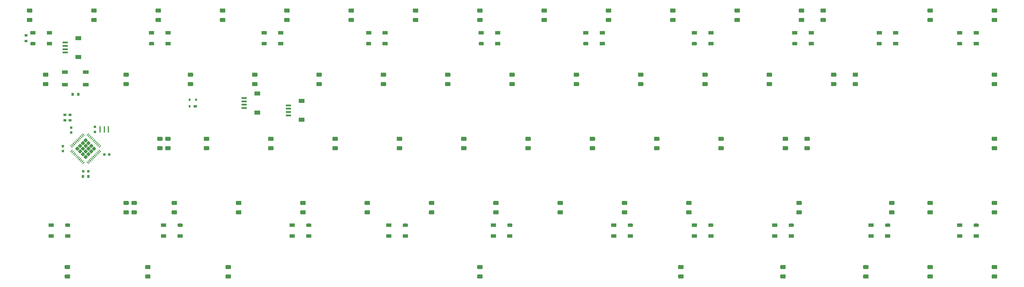
<source format=gbr>
%TF.GenerationSoftware,KiCad,Pcbnew,(5.1.11)-1*%
%TF.CreationDate,2022-09-25T18:14:12+07:00*%
%TF.ProjectId,Eclipse65,45636c69-7073-4653-9635-2e6b69636164,rev?*%
%TF.SameCoordinates,Original*%
%TF.FileFunction,Paste,Bot*%
%TF.FilePolarity,Positive*%
%FSLAX46Y46*%
G04 Gerber Fmt 4.6, Leading zero omitted, Abs format (unit mm)*
G04 Created by KiCad (PCBNEW (5.1.11)-1) date 2022-09-25 18:14:12*
%MOMM*%
%LPD*%
G01*
G04 APERTURE LIST*
%ADD10R,1.550000X0.600000*%
%ADD11R,1.800000X1.200000*%
%ADD12R,1.000000X0.700000*%
%ADD13R,0.600000X0.700000*%
%ADD14R,1.500000X1.000000*%
%ADD15R,0.950000X0.800000*%
%ADD16R,1.800000X1.100000*%
%ADD17R,0.800000X0.950000*%
%ADD18R,0.400000X1.900000*%
%ADD19R,0.750000X0.800000*%
%ADD20R,0.800000X0.750000*%
G04 APERTURE END LIST*
D10*
%TO.C,J3*%
X104762440Y-66175040D03*
X104762440Y-67175040D03*
X104762440Y-65175040D03*
X104762440Y-64175040D03*
D11*
X108637440Y-62875040D03*
X108637440Y-68475040D03*
%TD*%
D12*
%TO.C,U2*%
X90287440Y-66675040D03*
D13*
X90487440Y-64675040D03*
X88587440Y-66675040D03*
X88587440Y-64675040D03*
%TD*%
%TO.C,RGB20*%
G36*
G01*
X320787500Y-102234375D02*
X320787500Y-101734375D01*
G75*
G02*
X321037500Y-101484375I250000J0D01*
G01*
X322037500Y-101484375D01*
G75*
G02*
X322287500Y-101734375I0J-250000D01*
G01*
X322287500Y-102234375D01*
G75*
G02*
X322037500Y-102484375I-250000J0D01*
G01*
X321037500Y-102484375D01*
G75*
G02*
X320787500Y-102234375I0J250000D01*
G01*
G37*
D14*
X321537500Y-105184375D03*
X316637500Y-101984375D03*
X316637500Y-105184375D03*
%TD*%
%TO.C,RGB19*%
G36*
G01*
X317387500Y-47784375D02*
X317387500Y-48284375D01*
G75*
G02*
X317137500Y-48534375I-250000J0D01*
G01*
X316137500Y-48534375D01*
G75*
G02*
X315887500Y-48284375I0J250000D01*
G01*
X315887500Y-47784375D01*
G75*
G02*
X316137500Y-47534375I250000J0D01*
G01*
X317137500Y-47534375D01*
G75*
G02*
X317387500Y-47784375I0J-250000D01*
G01*
G37*
X316637500Y-44834375D03*
X321537500Y-48034375D03*
X321537500Y-44834375D03*
%TD*%
%TO.C,D48*%
G36*
G01*
X327509000Y-115000000D02*
X326389000Y-115000000D01*
G75*
G02*
X326149000Y-114760000I0J240000D01*
G01*
X326149000Y-114040000D01*
G75*
G02*
X326389000Y-113800000I240000J0D01*
G01*
X327509000Y-113800000D01*
G75*
G02*
X327749000Y-114040000I0J-240000D01*
G01*
X327749000Y-114760000D01*
G75*
G02*
X327509000Y-115000000I-240000J0D01*
G01*
G37*
G36*
G01*
X327509000Y-117800000D02*
X326389000Y-117800000D01*
G75*
G02*
X326149000Y-117560000I0J240000D01*
G01*
X326149000Y-116840000D01*
G75*
G02*
X326389000Y-116600000I240000J0D01*
G01*
X327509000Y-116600000D01*
G75*
G02*
X327749000Y-116840000I0J-240000D01*
G01*
X327749000Y-117560000D01*
G75*
G02*
X327509000Y-117800000I-240000J0D01*
G01*
G37*
%TD*%
%TO.C,D47*%
G36*
G01*
X327509000Y-95950000D02*
X326389000Y-95950000D01*
G75*
G02*
X326149000Y-95710000I0J240000D01*
G01*
X326149000Y-94990000D01*
G75*
G02*
X326389000Y-94750000I240000J0D01*
G01*
X327509000Y-94750000D01*
G75*
G02*
X327749000Y-94990000I0J-240000D01*
G01*
X327749000Y-95710000D01*
G75*
G02*
X327509000Y-95950000I-240000J0D01*
G01*
G37*
G36*
G01*
X327509000Y-98750000D02*
X326389000Y-98750000D01*
G75*
G02*
X326149000Y-98510000I0J240000D01*
G01*
X326149000Y-97790000D01*
G75*
G02*
X326389000Y-97550000I240000J0D01*
G01*
X327509000Y-97550000D01*
G75*
G02*
X327749000Y-97790000I0J-240000D01*
G01*
X327749000Y-98510000D01*
G75*
G02*
X327509000Y-98750000I-240000J0D01*
G01*
G37*
%TD*%
%TO.C,D46*%
G36*
G01*
X327509000Y-76900000D02*
X326389000Y-76900000D01*
G75*
G02*
X326149000Y-76660000I0J240000D01*
G01*
X326149000Y-75940000D01*
G75*
G02*
X326389000Y-75700000I240000J0D01*
G01*
X327509000Y-75700000D01*
G75*
G02*
X327749000Y-75940000I0J-240000D01*
G01*
X327749000Y-76660000D01*
G75*
G02*
X327509000Y-76900000I-240000J0D01*
G01*
G37*
G36*
G01*
X327509000Y-79700000D02*
X326389000Y-79700000D01*
G75*
G02*
X326149000Y-79460000I0J240000D01*
G01*
X326149000Y-78740000D01*
G75*
G02*
X326389000Y-78500000I240000J0D01*
G01*
X327509000Y-78500000D01*
G75*
G02*
X327749000Y-78740000I0J-240000D01*
G01*
X327749000Y-79460000D01*
G75*
G02*
X327509000Y-79700000I-240000J0D01*
G01*
G37*
%TD*%
%TO.C,D32*%
G36*
G01*
X327509000Y-57850000D02*
X326389000Y-57850000D01*
G75*
G02*
X326149000Y-57610000I0J240000D01*
G01*
X326149000Y-56890000D01*
G75*
G02*
X326389000Y-56650000I240000J0D01*
G01*
X327509000Y-56650000D01*
G75*
G02*
X327749000Y-56890000I0J-240000D01*
G01*
X327749000Y-57610000D01*
G75*
G02*
X327509000Y-57850000I-240000J0D01*
G01*
G37*
G36*
G01*
X327509000Y-60650000D02*
X326389000Y-60650000D01*
G75*
G02*
X326149000Y-60410000I0J240000D01*
G01*
X326149000Y-59690000D01*
G75*
G02*
X326389000Y-59450000I240000J0D01*
G01*
X327509000Y-59450000D01*
G75*
G02*
X327749000Y-59690000I0J-240000D01*
G01*
X327749000Y-60410000D01*
G75*
G02*
X327509000Y-60650000I-240000J0D01*
G01*
G37*
%TD*%
%TO.C,D31*%
G36*
G01*
X327509000Y-38800000D02*
X326389000Y-38800000D01*
G75*
G02*
X326149000Y-38560000I0J240000D01*
G01*
X326149000Y-37840000D01*
G75*
G02*
X326389000Y-37600000I240000J0D01*
G01*
X327509000Y-37600000D01*
G75*
G02*
X327749000Y-37840000I0J-240000D01*
G01*
X327749000Y-38560000D01*
G75*
G02*
X327509000Y-38800000I-240000J0D01*
G01*
G37*
G36*
G01*
X327509000Y-41600000D02*
X326389000Y-41600000D01*
G75*
G02*
X326149000Y-41360000I0J240000D01*
G01*
X326149000Y-40640000D01*
G75*
G02*
X326389000Y-40400000I240000J0D01*
G01*
X327509000Y-40400000D01*
G75*
G02*
X327749000Y-40640000I0J-240000D01*
G01*
X327749000Y-41360000D01*
G75*
G02*
X327509000Y-41600000I-240000J0D01*
G01*
G37*
%TD*%
D11*
%TO.C,J1*%
X121734370Y-70665670D03*
X121734370Y-65065670D03*
D10*
X117859370Y-66365670D03*
X117859370Y-67365670D03*
X117859370Y-69365670D03*
X117859370Y-68365670D03*
%TD*%
D11*
%TO.C,J2*%
X55613750Y-51984375D03*
X55613750Y-46384375D03*
D10*
X51738750Y-47684375D03*
X51738750Y-48684375D03*
X51738750Y-50684375D03*
X51738750Y-49684375D03*
%TD*%
%TO.C,D16*%
G36*
G01*
X234640250Y-115000000D02*
X233520250Y-115000000D01*
G75*
G02*
X233280250Y-114760000I0J240000D01*
G01*
X233280250Y-114040000D01*
G75*
G02*
X233520250Y-113800000I240000J0D01*
G01*
X234640250Y-113800000D01*
G75*
G02*
X234880250Y-114040000I0J-240000D01*
G01*
X234880250Y-114760000D01*
G75*
G02*
X234640250Y-115000000I-240000J0D01*
G01*
G37*
G36*
G01*
X234640250Y-117800000D02*
X233520250Y-117800000D01*
G75*
G02*
X233280250Y-117560000I0J240000D01*
G01*
X233280250Y-116840000D01*
G75*
G02*
X233520250Y-116600000I240000J0D01*
G01*
X234640250Y-116600000D01*
G75*
G02*
X234880250Y-116840000I0J-240000D01*
G01*
X234880250Y-117560000D01*
G75*
G02*
X234640250Y-117800000I-240000J0D01*
G01*
G37*
%TD*%
D15*
%TO.C,R5*%
X40125000Y-47259375D03*
X40125000Y-45609375D03*
%TD*%
%TO.C,D72*%
G36*
G01*
X308459000Y-115000000D02*
X307339000Y-115000000D01*
G75*
G02*
X307099000Y-114760000I0J240000D01*
G01*
X307099000Y-114040000D01*
G75*
G02*
X307339000Y-113800000I240000J0D01*
G01*
X308459000Y-113800000D01*
G75*
G02*
X308699000Y-114040000I0J-240000D01*
G01*
X308699000Y-114760000D01*
G75*
G02*
X308459000Y-115000000I-240000J0D01*
G01*
G37*
G36*
G01*
X308459000Y-117800000D02*
X307339000Y-117800000D01*
G75*
G02*
X307099000Y-117560000I0J240000D01*
G01*
X307099000Y-116840000D01*
G75*
G02*
X307339000Y-116600000I240000J0D01*
G01*
X308459000Y-116600000D01*
G75*
G02*
X308699000Y-116840000I0J-240000D01*
G01*
X308699000Y-117560000D01*
G75*
G02*
X308459000Y-117800000I-240000J0D01*
G01*
G37*
%TD*%
%TO.C,D69*%
G36*
G01*
X175109000Y-115000000D02*
X173989000Y-115000000D01*
G75*
G02*
X173749000Y-114760000I0J240000D01*
G01*
X173749000Y-114040000D01*
G75*
G02*
X173989000Y-113800000I240000J0D01*
G01*
X175109000Y-113800000D01*
G75*
G02*
X175349000Y-114040000I0J-240000D01*
G01*
X175349000Y-114760000D01*
G75*
G02*
X175109000Y-115000000I-240000J0D01*
G01*
G37*
G36*
G01*
X175109000Y-117800000D02*
X173989000Y-117800000D01*
G75*
G02*
X173749000Y-117560000I0J240000D01*
G01*
X173749000Y-116840000D01*
G75*
G02*
X173989000Y-116600000I240000J0D01*
G01*
X175109000Y-116600000D01*
G75*
G02*
X175349000Y-116840000I0J-240000D01*
G01*
X175349000Y-117560000D01*
G75*
G02*
X175109000Y-117800000I-240000J0D01*
G01*
G37*
%TD*%
%TO.C,D68*%
G36*
G01*
X264878750Y-115000000D02*
X263758750Y-115000000D01*
G75*
G02*
X263518750Y-114760000I0J240000D01*
G01*
X263518750Y-114040000D01*
G75*
G02*
X263758750Y-113800000I240000J0D01*
G01*
X264878750Y-113800000D01*
G75*
G02*
X265118750Y-114040000I0J-240000D01*
G01*
X265118750Y-114760000D01*
G75*
G02*
X264878750Y-115000000I-240000J0D01*
G01*
G37*
G36*
G01*
X264878750Y-117800000D02*
X263758750Y-117800000D01*
G75*
G02*
X263518750Y-117560000I0J240000D01*
G01*
X263518750Y-116840000D01*
G75*
G02*
X263758750Y-116600000I240000J0D01*
G01*
X264878750Y-116600000D01*
G75*
G02*
X265118750Y-116840000I0J-240000D01*
G01*
X265118750Y-117560000D01*
G75*
G02*
X264878750Y-117800000I-240000J0D01*
G01*
G37*
%TD*%
%TO.C,D67*%
G36*
G01*
X100572500Y-115000000D02*
X99452500Y-115000000D01*
G75*
G02*
X99212500Y-114760000I0J240000D01*
G01*
X99212500Y-114040000D01*
G75*
G02*
X99452500Y-113800000I240000J0D01*
G01*
X100572500Y-113800000D01*
G75*
G02*
X100812500Y-114040000I0J-240000D01*
G01*
X100812500Y-114760000D01*
G75*
G02*
X100572500Y-115000000I-240000J0D01*
G01*
G37*
G36*
G01*
X100572500Y-117800000D02*
X99452500Y-117800000D01*
G75*
G02*
X99212500Y-117560000I0J240000D01*
G01*
X99212500Y-116840000D01*
G75*
G02*
X99452500Y-116600000I240000J0D01*
G01*
X100572500Y-116600000D01*
G75*
G02*
X100812500Y-116840000I0J-240000D01*
G01*
X100812500Y-117560000D01*
G75*
G02*
X100572500Y-117800000I-240000J0D01*
G01*
G37*
%TD*%
%TO.C,D66*%
G36*
G01*
X76760000Y-115000000D02*
X75640000Y-115000000D01*
G75*
G02*
X75400000Y-114760000I0J240000D01*
G01*
X75400000Y-114040000D01*
G75*
G02*
X75640000Y-113800000I240000J0D01*
G01*
X76760000Y-113800000D01*
G75*
G02*
X77000000Y-114040000I0J-240000D01*
G01*
X77000000Y-114760000D01*
G75*
G02*
X76760000Y-115000000I-240000J0D01*
G01*
G37*
G36*
G01*
X76760000Y-117800000D02*
X75640000Y-117800000D01*
G75*
G02*
X75400000Y-117560000I0J240000D01*
G01*
X75400000Y-116840000D01*
G75*
G02*
X75640000Y-116600000I240000J0D01*
G01*
X76760000Y-116600000D01*
G75*
G02*
X77000000Y-116840000I0J-240000D01*
G01*
X77000000Y-117560000D01*
G75*
G02*
X76760000Y-117800000I-240000J0D01*
G01*
G37*
%TD*%
%TO.C,D65*%
G36*
G01*
X52947500Y-115000000D02*
X51827500Y-115000000D01*
G75*
G02*
X51587500Y-114760000I0J240000D01*
G01*
X51587500Y-114040000D01*
G75*
G02*
X51827500Y-113800000I240000J0D01*
G01*
X52947500Y-113800000D01*
G75*
G02*
X53187500Y-114040000I0J-240000D01*
G01*
X53187500Y-114760000D01*
G75*
G02*
X52947500Y-115000000I-240000J0D01*
G01*
G37*
G36*
G01*
X52947500Y-117800000D02*
X51827500Y-117800000D01*
G75*
G02*
X51587500Y-117560000I0J240000D01*
G01*
X51587500Y-116840000D01*
G75*
G02*
X51827500Y-116600000I240000J0D01*
G01*
X52947500Y-116600000D01*
G75*
G02*
X53187500Y-116840000I0J-240000D01*
G01*
X53187500Y-117560000D01*
G75*
G02*
X52947500Y-117800000I-240000J0D01*
G01*
G37*
%TD*%
%TO.C,D63*%
G36*
G01*
X308459000Y-95950000D02*
X307339000Y-95950000D01*
G75*
G02*
X307099000Y-95710000I0J240000D01*
G01*
X307099000Y-94990000D01*
G75*
G02*
X307339000Y-94750000I240000J0D01*
G01*
X308459000Y-94750000D01*
G75*
G02*
X308699000Y-94990000I0J-240000D01*
G01*
X308699000Y-95710000D01*
G75*
G02*
X308459000Y-95950000I-240000J0D01*
G01*
G37*
G36*
G01*
X308459000Y-98750000D02*
X307339000Y-98750000D01*
G75*
G02*
X307099000Y-98510000I0J240000D01*
G01*
X307099000Y-97790000D01*
G75*
G02*
X307339000Y-97550000I240000J0D01*
G01*
X308459000Y-97550000D01*
G75*
G02*
X308699000Y-97790000I0J-240000D01*
G01*
X308699000Y-98510000D01*
G75*
G02*
X308459000Y-98750000I-240000J0D01*
G01*
G37*
%TD*%
%TO.C,D30*%
G36*
G01*
X286310000Y-57850000D02*
X285190000Y-57850000D01*
G75*
G02*
X284950000Y-57610000I0J240000D01*
G01*
X284950000Y-56890000D01*
G75*
G02*
X285190000Y-56650000I240000J0D01*
G01*
X286310000Y-56650000D01*
G75*
G02*
X286550000Y-56890000I0J-240000D01*
G01*
X286550000Y-57610000D01*
G75*
G02*
X286310000Y-57850000I-240000J0D01*
G01*
G37*
G36*
G01*
X286310000Y-60650000D02*
X285190000Y-60650000D01*
G75*
G02*
X284950000Y-60410000I0J240000D01*
G01*
X284950000Y-59690000D01*
G75*
G02*
X285190000Y-59450000I240000J0D01*
G01*
X286310000Y-59450000D01*
G75*
G02*
X286550000Y-59690000I0J-240000D01*
G01*
X286550000Y-60410000D01*
G75*
G02*
X286310000Y-60650000I-240000J0D01*
G01*
G37*
%TD*%
D16*
%TO.C,SW1*%
X51668750Y-56490625D03*
X57868750Y-60190625D03*
X51668750Y-60190625D03*
X57868750Y-56490625D03*
%TD*%
D17*
%TO.C,R4*%
X53943750Y-63103125D03*
X55593750Y-63103125D03*
%TD*%
D14*
%TO.C,RGB18*%
X290443750Y-105184375D03*
X290443750Y-101984375D03*
X295343750Y-105184375D03*
G36*
G01*
X294593750Y-102234375D02*
X294593750Y-101734375D01*
G75*
G02*
X294843750Y-101484375I250000J0D01*
G01*
X295843750Y-101484375D01*
G75*
G02*
X296093750Y-101734375I0J-250000D01*
G01*
X296093750Y-102234375D01*
G75*
G02*
X295843750Y-102484375I-250000J0D01*
G01*
X294843750Y-102484375D01*
G75*
G02*
X294593750Y-102234375I0J250000D01*
G01*
G37*
%TD*%
%TO.C,RGB17*%
X261868750Y-105184375D03*
X261868750Y-101984375D03*
X266768750Y-105184375D03*
G36*
G01*
X266018750Y-102234375D02*
X266018750Y-101734375D01*
G75*
G02*
X266268750Y-101484375I250000J0D01*
G01*
X267268750Y-101484375D01*
G75*
G02*
X267518750Y-101734375I0J-250000D01*
G01*
X267518750Y-102234375D01*
G75*
G02*
X267268750Y-102484375I-250000J0D01*
G01*
X266268750Y-102484375D01*
G75*
G02*
X266018750Y-102234375I0J250000D01*
G01*
G37*
%TD*%
%TO.C,RGB16*%
X238056250Y-105184375D03*
X238056250Y-101984375D03*
X242956250Y-105184375D03*
G36*
G01*
X242206250Y-102234375D02*
X242206250Y-101734375D01*
G75*
G02*
X242456250Y-101484375I250000J0D01*
G01*
X243456250Y-101484375D01*
G75*
G02*
X243706250Y-101734375I0J-250000D01*
G01*
X243706250Y-102234375D01*
G75*
G02*
X243456250Y-102484375I-250000J0D01*
G01*
X242456250Y-102484375D01*
G75*
G02*
X242206250Y-102234375I0J250000D01*
G01*
G37*
%TD*%
%TO.C,RGB15*%
X214243750Y-105184375D03*
X214243750Y-101984375D03*
X219143750Y-105184375D03*
G36*
G01*
X218393750Y-102234375D02*
X218393750Y-101734375D01*
G75*
G02*
X218643750Y-101484375I250000J0D01*
G01*
X219643750Y-101484375D01*
G75*
G02*
X219893750Y-101734375I0J-250000D01*
G01*
X219893750Y-102234375D01*
G75*
G02*
X219643750Y-102484375I-250000J0D01*
G01*
X218643750Y-102484375D01*
G75*
G02*
X218393750Y-102234375I0J250000D01*
G01*
G37*
%TD*%
%TO.C,RGB14*%
X178525000Y-105184375D03*
X178525000Y-101984375D03*
X183425000Y-105184375D03*
G36*
G01*
X182675000Y-102234375D02*
X182675000Y-101734375D01*
G75*
G02*
X182925000Y-101484375I250000J0D01*
G01*
X183925000Y-101484375D01*
G75*
G02*
X184175000Y-101734375I0J-250000D01*
G01*
X184175000Y-102234375D01*
G75*
G02*
X183925000Y-102484375I-250000J0D01*
G01*
X182925000Y-102484375D01*
G75*
G02*
X182675000Y-102234375I0J250000D01*
G01*
G37*
%TD*%
%TO.C,RGB13*%
X147568750Y-105184375D03*
X147568750Y-101984375D03*
X152468750Y-105184375D03*
G36*
G01*
X151718750Y-102234375D02*
X151718750Y-101734375D01*
G75*
G02*
X151968750Y-101484375I250000J0D01*
G01*
X152968750Y-101484375D01*
G75*
G02*
X153218750Y-101734375I0J-250000D01*
G01*
X153218750Y-102234375D01*
G75*
G02*
X152968750Y-102484375I-250000J0D01*
G01*
X151968750Y-102484375D01*
G75*
G02*
X151718750Y-102234375I0J250000D01*
G01*
G37*
%TD*%
%TO.C,RGB12*%
X118993750Y-105184375D03*
X118993750Y-101984375D03*
X123893750Y-105184375D03*
G36*
G01*
X123143750Y-102234375D02*
X123143750Y-101734375D01*
G75*
G02*
X123393750Y-101484375I250000J0D01*
G01*
X124393750Y-101484375D01*
G75*
G02*
X124643750Y-101734375I0J-250000D01*
G01*
X124643750Y-102234375D01*
G75*
G02*
X124393750Y-102484375I-250000J0D01*
G01*
X123393750Y-102484375D01*
G75*
G02*
X123143750Y-102234375I0J250000D01*
G01*
G37*
%TD*%
%TO.C,RGB11*%
X80893750Y-105184375D03*
X80893750Y-101984375D03*
X85793750Y-105184375D03*
G36*
G01*
X85043750Y-102234375D02*
X85043750Y-101734375D01*
G75*
G02*
X85293750Y-101484375I250000J0D01*
G01*
X86293750Y-101484375D01*
G75*
G02*
X86543750Y-101734375I0J-250000D01*
G01*
X86543750Y-102234375D01*
G75*
G02*
X86293750Y-102484375I-250000J0D01*
G01*
X85293750Y-102484375D01*
G75*
G02*
X85043750Y-102234375I0J250000D01*
G01*
G37*
%TD*%
%TO.C,RGB10*%
X47556250Y-105184375D03*
X47556250Y-101984375D03*
X52456250Y-105184375D03*
G36*
G01*
X51706250Y-102234375D02*
X51706250Y-101734375D01*
G75*
G02*
X51956250Y-101484375I250000J0D01*
G01*
X52956250Y-101484375D01*
G75*
G02*
X53206250Y-101734375I0J-250000D01*
G01*
X53206250Y-102234375D01*
G75*
G02*
X52956250Y-102484375I-250000J0D01*
G01*
X51956250Y-102484375D01*
G75*
G02*
X51706250Y-102234375I0J250000D01*
G01*
G37*
%TD*%
%TO.C,RGB9*%
G36*
G01*
X293575000Y-47784375D02*
X293575000Y-48284375D01*
G75*
G02*
X293325000Y-48534375I-250000J0D01*
G01*
X292325000Y-48534375D01*
G75*
G02*
X292075000Y-48284375I0J250000D01*
G01*
X292075000Y-47784375D01*
G75*
G02*
X292325000Y-47534375I250000J0D01*
G01*
X293325000Y-47534375D01*
G75*
G02*
X293575000Y-47784375I0J-250000D01*
G01*
G37*
X292825000Y-44834375D03*
X297725000Y-48034375D03*
X297725000Y-44834375D03*
%TD*%
%TO.C,RGB8*%
G36*
G01*
X268571875Y-47784375D02*
X268571875Y-48284375D01*
G75*
G02*
X268321875Y-48534375I-250000J0D01*
G01*
X267321875Y-48534375D01*
G75*
G02*
X267071875Y-48284375I0J250000D01*
G01*
X267071875Y-47784375D01*
G75*
G02*
X267321875Y-47534375I250000J0D01*
G01*
X268321875Y-47534375D01*
G75*
G02*
X268571875Y-47784375I0J-250000D01*
G01*
G37*
X267821875Y-44834375D03*
X272721875Y-48034375D03*
X272721875Y-44834375D03*
%TD*%
%TO.C,RGB7*%
G36*
G01*
X238806250Y-47784375D02*
X238806250Y-48284375D01*
G75*
G02*
X238556250Y-48534375I-250000J0D01*
G01*
X237556250Y-48534375D01*
G75*
G02*
X237306250Y-48284375I0J250000D01*
G01*
X237306250Y-47784375D01*
G75*
G02*
X237556250Y-47534375I250000J0D01*
G01*
X238556250Y-47534375D01*
G75*
G02*
X238806250Y-47784375I0J-250000D01*
G01*
G37*
X238056250Y-44834375D03*
X242956250Y-48034375D03*
X242956250Y-44834375D03*
%TD*%
%TO.C,RGB6*%
G36*
G01*
X206659375Y-47784375D02*
X206659375Y-48284375D01*
G75*
G02*
X206409375Y-48534375I-250000J0D01*
G01*
X205409375Y-48534375D01*
G75*
G02*
X205159375Y-48284375I0J250000D01*
G01*
X205159375Y-47784375D01*
G75*
G02*
X205409375Y-47534375I250000J0D01*
G01*
X206409375Y-47534375D01*
G75*
G02*
X206659375Y-47784375I0J-250000D01*
G01*
G37*
X205909375Y-44834375D03*
X210809375Y-48034375D03*
X210809375Y-44834375D03*
%TD*%
%TO.C,RGB5*%
G36*
G01*
X175703125Y-47784375D02*
X175703125Y-48284375D01*
G75*
G02*
X175453125Y-48534375I-250000J0D01*
G01*
X174453125Y-48534375D01*
G75*
G02*
X174203125Y-48284375I0J250000D01*
G01*
X174203125Y-47784375D01*
G75*
G02*
X174453125Y-47534375I250000J0D01*
G01*
X175453125Y-47534375D01*
G75*
G02*
X175703125Y-47784375I0J-250000D01*
G01*
G37*
X174953125Y-44834375D03*
X179853125Y-48034375D03*
X179853125Y-44834375D03*
%TD*%
%TO.C,RGB4*%
G36*
G01*
X142365625Y-47784375D02*
X142365625Y-48284375D01*
G75*
G02*
X142115625Y-48534375I-250000J0D01*
G01*
X141115625Y-48534375D01*
G75*
G02*
X140865625Y-48284375I0J250000D01*
G01*
X140865625Y-47784375D01*
G75*
G02*
X141115625Y-47534375I250000J0D01*
G01*
X142115625Y-47534375D01*
G75*
G02*
X142365625Y-47784375I0J-250000D01*
G01*
G37*
X141615625Y-44834375D03*
X146515625Y-48034375D03*
X146515625Y-44834375D03*
%TD*%
%TO.C,RGB3*%
G36*
G01*
X111409375Y-47784375D02*
X111409375Y-48284375D01*
G75*
G02*
X111159375Y-48534375I-250000J0D01*
G01*
X110159375Y-48534375D01*
G75*
G02*
X109909375Y-48284375I0J250000D01*
G01*
X109909375Y-47784375D01*
G75*
G02*
X110159375Y-47534375I250000J0D01*
G01*
X111159375Y-47534375D01*
G75*
G02*
X111409375Y-47784375I0J-250000D01*
G01*
G37*
X110659375Y-44834375D03*
X115559375Y-48034375D03*
X115559375Y-44834375D03*
%TD*%
%TO.C,RGB2*%
G36*
G01*
X78071875Y-47784375D02*
X78071875Y-48284375D01*
G75*
G02*
X77821875Y-48534375I-250000J0D01*
G01*
X76821875Y-48534375D01*
G75*
G02*
X76571875Y-48284375I0J250000D01*
G01*
X76571875Y-47784375D01*
G75*
G02*
X76821875Y-47534375I250000J0D01*
G01*
X77821875Y-47534375D01*
G75*
G02*
X78071875Y-47784375I0J-250000D01*
G01*
G37*
X77321875Y-44834375D03*
X82221875Y-48034375D03*
X82221875Y-44834375D03*
%TD*%
%TO.C,RGB1*%
G36*
G01*
X42925000Y-47784375D02*
X42925000Y-48284375D01*
G75*
G02*
X42675000Y-48534375I-250000J0D01*
G01*
X41675000Y-48534375D01*
G75*
G02*
X41425000Y-48284375I0J250000D01*
G01*
X41425000Y-47784375D01*
G75*
G02*
X41675000Y-47534375I250000J0D01*
G01*
X42675000Y-47534375D01*
G75*
G02*
X42925000Y-47784375I0J-250000D01*
G01*
G37*
X42175000Y-44834375D03*
X47075000Y-48034375D03*
X47075000Y-44834375D03*
%TD*%
%TO.C,U1*%
G36*
G01*
X53248000Y-78303172D02*
X53336388Y-78214784D01*
G75*
G02*
X53424776Y-78214784I44194J-44194D01*
G01*
X53955106Y-78745114D01*
G75*
G02*
X53955106Y-78833502I-44194J-44194D01*
G01*
X53866718Y-78921890D01*
G75*
G02*
X53778330Y-78921890I-44194J44194D01*
G01*
X53248000Y-78391560D01*
G75*
G02*
X53248000Y-78303172I44194J44194D01*
G01*
G37*
G36*
G01*
X53601554Y-77949619D02*
X53689942Y-77861231D01*
G75*
G02*
X53778330Y-77861231I44194J-44194D01*
G01*
X54308660Y-78391561D01*
G75*
G02*
X54308660Y-78479949I-44194J-44194D01*
G01*
X54220272Y-78568337D01*
G75*
G02*
X54131884Y-78568337I-44194J44194D01*
G01*
X53601554Y-78038007D01*
G75*
G02*
X53601554Y-77949619I44194J44194D01*
G01*
G37*
G36*
G01*
X53955107Y-77596066D02*
X54043495Y-77507678D01*
G75*
G02*
X54131883Y-77507678I44194J-44194D01*
G01*
X54662213Y-78038008D01*
G75*
G02*
X54662213Y-78126396I-44194J-44194D01*
G01*
X54573825Y-78214784D01*
G75*
G02*
X54485437Y-78214784I-44194J44194D01*
G01*
X53955107Y-77684454D01*
G75*
G02*
X53955107Y-77596066I44194J44194D01*
G01*
G37*
G36*
G01*
X54308661Y-77242512D02*
X54397049Y-77154124D01*
G75*
G02*
X54485437Y-77154124I44194J-44194D01*
G01*
X55015767Y-77684454D01*
G75*
G02*
X55015767Y-77772842I-44194J-44194D01*
G01*
X54927379Y-77861230D01*
G75*
G02*
X54838991Y-77861230I-44194J44194D01*
G01*
X54308661Y-77330900D01*
G75*
G02*
X54308661Y-77242512I44194J44194D01*
G01*
G37*
G36*
G01*
X54662214Y-76888959D02*
X54750602Y-76800571D01*
G75*
G02*
X54838990Y-76800571I44194J-44194D01*
G01*
X55369320Y-77330901D01*
G75*
G02*
X55369320Y-77419289I-44194J-44194D01*
G01*
X55280932Y-77507677D01*
G75*
G02*
X55192544Y-77507677I-44194J44194D01*
G01*
X54662214Y-76977347D01*
G75*
G02*
X54662214Y-76888959I44194J44194D01*
G01*
G37*
G36*
G01*
X55015767Y-76535405D02*
X55104155Y-76447017D01*
G75*
G02*
X55192543Y-76447017I44194J-44194D01*
G01*
X55722873Y-76977347D01*
G75*
G02*
X55722873Y-77065735I-44194J-44194D01*
G01*
X55634485Y-77154123D01*
G75*
G02*
X55546097Y-77154123I-44194J44194D01*
G01*
X55015767Y-76623793D01*
G75*
G02*
X55015767Y-76535405I44194J44194D01*
G01*
G37*
G36*
G01*
X55369321Y-76181852D02*
X55457709Y-76093464D01*
G75*
G02*
X55546097Y-76093464I44194J-44194D01*
G01*
X56076427Y-76623794D01*
G75*
G02*
X56076427Y-76712182I-44194J-44194D01*
G01*
X55988039Y-76800570D01*
G75*
G02*
X55899651Y-76800570I-44194J44194D01*
G01*
X55369321Y-76270240D01*
G75*
G02*
X55369321Y-76181852I44194J44194D01*
G01*
G37*
G36*
G01*
X55722874Y-75828299D02*
X55811262Y-75739911D01*
G75*
G02*
X55899650Y-75739911I44194J-44194D01*
G01*
X56429980Y-76270241D01*
G75*
G02*
X56429980Y-76358629I-44194J-44194D01*
G01*
X56341592Y-76447017D01*
G75*
G02*
X56253204Y-76447017I-44194J44194D01*
G01*
X55722874Y-75916687D01*
G75*
G02*
X55722874Y-75828299I44194J44194D01*
G01*
G37*
G36*
G01*
X56076428Y-75474745D02*
X56164816Y-75386357D01*
G75*
G02*
X56253204Y-75386357I44194J-44194D01*
G01*
X56783534Y-75916687D01*
G75*
G02*
X56783534Y-76005075I-44194J-44194D01*
G01*
X56695146Y-76093463D01*
G75*
G02*
X56606758Y-76093463I-44194J44194D01*
G01*
X56076428Y-75563133D01*
G75*
G02*
X56076428Y-75474745I44194J44194D01*
G01*
G37*
G36*
G01*
X56429981Y-75121192D02*
X56518369Y-75032804D01*
G75*
G02*
X56606757Y-75032804I44194J-44194D01*
G01*
X57137087Y-75563134D01*
G75*
G02*
X57137087Y-75651522I-44194J-44194D01*
G01*
X57048699Y-75739910D01*
G75*
G02*
X56960311Y-75739910I-44194J44194D01*
G01*
X56429981Y-75209580D01*
G75*
G02*
X56429981Y-75121192I44194J44194D01*
G01*
G37*
G36*
G01*
X56783534Y-74767638D02*
X56871922Y-74679250D01*
G75*
G02*
X56960310Y-74679250I44194J-44194D01*
G01*
X57490640Y-75209580D01*
G75*
G02*
X57490640Y-75297968I-44194J-44194D01*
G01*
X57402252Y-75386356D01*
G75*
G02*
X57313864Y-75386356I-44194J44194D01*
G01*
X56783534Y-74856026D01*
G75*
G02*
X56783534Y-74767638I44194J44194D01*
G01*
G37*
G36*
G01*
X58109360Y-75209580D02*
X58639690Y-74679250D01*
G75*
G02*
X58728078Y-74679250I44194J-44194D01*
G01*
X58816466Y-74767638D01*
G75*
G02*
X58816466Y-74856026I-44194J-44194D01*
G01*
X58286136Y-75386356D01*
G75*
G02*
X58197748Y-75386356I-44194J44194D01*
G01*
X58109360Y-75297968D01*
G75*
G02*
X58109360Y-75209580I44194J44194D01*
G01*
G37*
G36*
G01*
X58462913Y-75563134D02*
X58993243Y-75032804D01*
G75*
G02*
X59081631Y-75032804I44194J-44194D01*
G01*
X59170019Y-75121192D01*
G75*
G02*
X59170019Y-75209580I-44194J-44194D01*
G01*
X58639689Y-75739910D01*
G75*
G02*
X58551301Y-75739910I-44194J44194D01*
G01*
X58462913Y-75651522D01*
G75*
G02*
X58462913Y-75563134I44194J44194D01*
G01*
G37*
G36*
G01*
X58816466Y-75916687D02*
X59346796Y-75386357D01*
G75*
G02*
X59435184Y-75386357I44194J-44194D01*
G01*
X59523572Y-75474745D01*
G75*
G02*
X59523572Y-75563133I-44194J-44194D01*
G01*
X58993242Y-76093463D01*
G75*
G02*
X58904854Y-76093463I-44194J44194D01*
G01*
X58816466Y-76005075D01*
G75*
G02*
X58816466Y-75916687I44194J44194D01*
G01*
G37*
G36*
G01*
X59170020Y-76270241D02*
X59700350Y-75739911D01*
G75*
G02*
X59788738Y-75739911I44194J-44194D01*
G01*
X59877126Y-75828299D01*
G75*
G02*
X59877126Y-75916687I-44194J-44194D01*
G01*
X59346796Y-76447017D01*
G75*
G02*
X59258408Y-76447017I-44194J44194D01*
G01*
X59170020Y-76358629D01*
G75*
G02*
X59170020Y-76270241I44194J44194D01*
G01*
G37*
G36*
G01*
X59523573Y-76623794D02*
X60053903Y-76093464D01*
G75*
G02*
X60142291Y-76093464I44194J-44194D01*
G01*
X60230679Y-76181852D01*
G75*
G02*
X60230679Y-76270240I-44194J-44194D01*
G01*
X59700349Y-76800570D01*
G75*
G02*
X59611961Y-76800570I-44194J44194D01*
G01*
X59523573Y-76712182D01*
G75*
G02*
X59523573Y-76623794I44194J44194D01*
G01*
G37*
G36*
G01*
X59877127Y-76977347D02*
X60407457Y-76447017D01*
G75*
G02*
X60495845Y-76447017I44194J-44194D01*
G01*
X60584233Y-76535405D01*
G75*
G02*
X60584233Y-76623793I-44194J-44194D01*
G01*
X60053903Y-77154123D01*
G75*
G02*
X59965515Y-77154123I-44194J44194D01*
G01*
X59877127Y-77065735D01*
G75*
G02*
X59877127Y-76977347I44194J44194D01*
G01*
G37*
G36*
G01*
X60230680Y-77330901D02*
X60761010Y-76800571D01*
G75*
G02*
X60849398Y-76800571I44194J-44194D01*
G01*
X60937786Y-76888959D01*
G75*
G02*
X60937786Y-76977347I-44194J-44194D01*
G01*
X60407456Y-77507677D01*
G75*
G02*
X60319068Y-77507677I-44194J44194D01*
G01*
X60230680Y-77419289D01*
G75*
G02*
X60230680Y-77330901I44194J44194D01*
G01*
G37*
G36*
G01*
X60584233Y-77684454D02*
X61114563Y-77154124D01*
G75*
G02*
X61202951Y-77154124I44194J-44194D01*
G01*
X61291339Y-77242512D01*
G75*
G02*
X61291339Y-77330900I-44194J-44194D01*
G01*
X60761009Y-77861230D01*
G75*
G02*
X60672621Y-77861230I-44194J44194D01*
G01*
X60584233Y-77772842D01*
G75*
G02*
X60584233Y-77684454I44194J44194D01*
G01*
G37*
G36*
G01*
X60937787Y-78038008D02*
X61468117Y-77507678D01*
G75*
G02*
X61556505Y-77507678I44194J-44194D01*
G01*
X61644893Y-77596066D01*
G75*
G02*
X61644893Y-77684454I-44194J-44194D01*
G01*
X61114563Y-78214784D01*
G75*
G02*
X61026175Y-78214784I-44194J44194D01*
G01*
X60937787Y-78126396D01*
G75*
G02*
X60937787Y-78038008I44194J44194D01*
G01*
G37*
G36*
G01*
X61291340Y-78391561D02*
X61821670Y-77861231D01*
G75*
G02*
X61910058Y-77861231I44194J-44194D01*
G01*
X61998446Y-77949619D01*
G75*
G02*
X61998446Y-78038007I-44194J-44194D01*
G01*
X61468116Y-78568337D01*
G75*
G02*
X61379728Y-78568337I-44194J44194D01*
G01*
X61291340Y-78479949D01*
G75*
G02*
X61291340Y-78391561I44194J44194D01*
G01*
G37*
G36*
G01*
X61644894Y-78745114D02*
X62175224Y-78214784D01*
G75*
G02*
X62263612Y-78214784I44194J-44194D01*
G01*
X62352000Y-78303172D01*
G75*
G02*
X62352000Y-78391560I-44194J-44194D01*
G01*
X61821670Y-78921890D01*
G75*
G02*
X61733282Y-78921890I-44194J44194D01*
G01*
X61644894Y-78833502D01*
G75*
G02*
X61644894Y-78745114I44194J44194D01*
G01*
G37*
G36*
G01*
X61644894Y-79628998D02*
X61733282Y-79540610D01*
G75*
G02*
X61821670Y-79540610I44194J-44194D01*
G01*
X62352000Y-80070940D01*
G75*
G02*
X62352000Y-80159328I-44194J-44194D01*
G01*
X62263612Y-80247716D01*
G75*
G02*
X62175224Y-80247716I-44194J44194D01*
G01*
X61644894Y-79717386D01*
G75*
G02*
X61644894Y-79628998I44194J44194D01*
G01*
G37*
G36*
G01*
X61291340Y-79982551D02*
X61379728Y-79894163D01*
G75*
G02*
X61468116Y-79894163I44194J-44194D01*
G01*
X61998446Y-80424493D01*
G75*
G02*
X61998446Y-80512881I-44194J-44194D01*
G01*
X61910058Y-80601269D01*
G75*
G02*
X61821670Y-80601269I-44194J44194D01*
G01*
X61291340Y-80070939D01*
G75*
G02*
X61291340Y-79982551I44194J44194D01*
G01*
G37*
G36*
G01*
X60937787Y-80336104D02*
X61026175Y-80247716D01*
G75*
G02*
X61114563Y-80247716I44194J-44194D01*
G01*
X61644893Y-80778046D01*
G75*
G02*
X61644893Y-80866434I-44194J-44194D01*
G01*
X61556505Y-80954822D01*
G75*
G02*
X61468117Y-80954822I-44194J44194D01*
G01*
X60937787Y-80424492D01*
G75*
G02*
X60937787Y-80336104I44194J44194D01*
G01*
G37*
G36*
G01*
X60584233Y-80689658D02*
X60672621Y-80601270D01*
G75*
G02*
X60761009Y-80601270I44194J-44194D01*
G01*
X61291339Y-81131600D01*
G75*
G02*
X61291339Y-81219988I-44194J-44194D01*
G01*
X61202951Y-81308376D01*
G75*
G02*
X61114563Y-81308376I-44194J44194D01*
G01*
X60584233Y-80778046D01*
G75*
G02*
X60584233Y-80689658I44194J44194D01*
G01*
G37*
G36*
G01*
X60230680Y-81043211D02*
X60319068Y-80954823D01*
G75*
G02*
X60407456Y-80954823I44194J-44194D01*
G01*
X60937786Y-81485153D01*
G75*
G02*
X60937786Y-81573541I-44194J-44194D01*
G01*
X60849398Y-81661929D01*
G75*
G02*
X60761010Y-81661929I-44194J44194D01*
G01*
X60230680Y-81131599D01*
G75*
G02*
X60230680Y-81043211I44194J44194D01*
G01*
G37*
G36*
G01*
X59877127Y-81396765D02*
X59965515Y-81308377D01*
G75*
G02*
X60053903Y-81308377I44194J-44194D01*
G01*
X60584233Y-81838707D01*
G75*
G02*
X60584233Y-81927095I-44194J-44194D01*
G01*
X60495845Y-82015483D01*
G75*
G02*
X60407457Y-82015483I-44194J44194D01*
G01*
X59877127Y-81485153D01*
G75*
G02*
X59877127Y-81396765I44194J44194D01*
G01*
G37*
G36*
G01*
X59523573Y-81750318D02*
X59611961Y-81661930D01*
G75*
G02*
X59700349Y-81661930I44194J-44194D01*
G01*
X60230679Y-82192260D01*
G75*
G02*
X60230679Y-82280648I-44194J-44194D01*
G01*
X60142291Y-82369036D01*
G75*
G02*
X60053903Y-82369036I-44194J44194D01*
G01*
X59523573Y-81838706D01*
G75*
G02*
X59523573Y-81750318I44194J44194D01*
G01*
G37*
G36*
G01*
X59170020Y-82103871D02*
X59258408Y-82015483D01*
G75*
G02*
X59346796Y-82015483I44194J-44194D01*
G01*
X59877126Y-82545813D01*
G75*
G02*
X59877126Y-82634201I-44194J-44194D01*
G01*
X59788738Y-82722589D01*
G75*
G02*
X59700350Y-82722589I-44194J44194D01*
G01*
X59170020Y-82192259D01*
G75*
G02*
X59170020Y-82103871I44194J44194D01*
G01*
G37*
G36*
G01*
X58816466Y-82457425D02*
X58904854Y-82369037D01*
G75*
G02*
X58993242Y-82369037I44194J-44194D01*
G01*
X59523572Y-82899367D01*
G75*
G02*
X59523572Y-82987755I-44194J-44194D01*
G01*
X59435184Y-83076143D01*
G75*
G02*
X59346796Y-83076143I-44194J44194D01*
G01*
X58816466Y-82545813D01*
G75*
G02*
X58816466Y-82457425I44194J44194D01*
G01*
G37*
G36*
G01*
X58462913Y-82810978D02*
X58551301Y-82722590D01*
G75*
G02*
X58639689Y-82722590I44194J-44194D01*
G01*
X59170019Y-83252920D01*
G75*
G02*
X59170019Y-83341308I-44194J-44194D01*
G01*
X59081631Y-83429696D01*
G75*
G02*
X58993243Y-83429696I-44194J44194D01*
G01*
X58462913Y-82899366D01*
G75*
G02*
X58462913Y-82810978I44194J44194D01*
G01*
G37*
G36*
G01*
X58109360Y-83164532D02*
X58197748Y-83076144D01*
G75*
G02*
X58286136Y-83076144I44194J-44194D01*
G01*
X58816466Y-83606474D01*
G75*
G02*
X58816466Y-83694862I-44194J-44194D01*
G01*
X58728078Y-83783250D01*
G75*
G02*
X58639690Y-83783250I-44194J44194D01*
G01*
X58109360Y-83252920D01*
G75*
G02*
X58109360Y-83164532I44194J44194D01*
G01*
G37*
G36*
G01*
X56783534Y-83606474D02*
X57313864Y-83076144D01*
G75*
G02*
X57402252Y-83076144I44194J-44194D01*
G01*
X57490640Y-83164532D01*
G75*
G02*
X57490640Y-83252920I-44194J-44194D01*
G01*
X56960310Y-83783250D01*
G75*
G02*
X56871922Y-83783250I-44194J44194D01*
G01*
X56783534Y-83694862D01*
G75*
G02*
X56783534Y-83606474I44194J44194D01*
G01*
G37*
G36*
G01*
X56429981Y-83252920D02*
X56960311Y-82722590D01*
G75*
G02*
X57048699Y-82722590I44194J-44194D01*
G01*
X57137087Y-82810978D01*
G75*
G02*
X57137087Y-82899366I-44194J-44194D01*
G01*
X56606757Y-83429696D01*
G75*
G02*
X56518369Y-83429696I-44194J44194D01*
G01*
X56429981Y-83341308D01*
G75*
G02*
X56429981Y-83252920I44194J44194D01*
G01*
G37*
G36*
G01*
X56076428Y-82899367D02*
X56606758Y-82369037D01*
G75*
G02*
X56695146Y-82369037I44194J-44194D01*
G01*
X56783534Y-82457425D01*
G75*
G02*
X56783534Y-82545813I-44194J-44194D01*
G01*
X56253204Y-83076143D01*
G75*
G02*
X56164816Y-83076143I-44194J44194D01*
G01*
X56076428Y-82987755D01*
G75*
G02*
X56076428Y-82899367I44194J44194D01*
G01*
G37*
G36*
G01*
X55722874Y-82545813D02*
X56253204Y-82015483D01*
G75*
G02*
X56341592Y-82015483I44194J-44194D01*
G01*
X56429980Y-82103871D01*
G75*
G02*
X56429980Y-82192259I-44194J-44194D01*
G01*
X55899650Y-82722589D01*
G75*
G02*
X55811262Y-82722589I-44194J44194D01*
G01*
X55722874Y-82634201D01*
G75*
G02*
X55722874Y-82545813I44194J44194D01*
G01*
G37*
G36*
G01*
X55369321Y-82192260D02*
X55899651Y-81661930D01*
G75*
G02*
X55988039Y-81661930I44194J-44194D01*
G01*
X56076427Y-81750318D01*
G75*
G02*
X56076427Y-81838706I-44194J-44194D01*
G01*
X55546097Y-82369036D01*
G75*
G02*
X55457709Y-82369036I-44194J44194D01*
G01*
X55369321Y-82280648D01*
G75*
G02*
X55369321Y-82192260I44194J44194D01*
G01*
G37*
G36*
G01*
X55015767Y-81838707D02*
X55546097Y-81308377D01*
G75*
G02*
X55634485Y-81308377I44194J-44194D01*
G01*
X55722873Y-81396765D01*
G75*
G02*
X55722873Y-81485153I-44194J-44194D01*
G01*
X55192543Y-82015483D01*
G75*
G02*
X55104155Y-82015483I-44194J44194D01*
G01*
X55015767Y-81927095D01*
G75*
G02*
X55015767Y-81838707I44194J44194D01*
G01*
G37*
G36*
G01*
X54662214Y-81485153D02*
X55192544Y-80954823D01*
G75*
G02*
X55280932Y-80954823I44194J-44194D01*
G01*
X55369320Y-81043211D01*
G75*
G02*
X55369320Y-81131599I-44194J-44194D01*
G01*
X54838990Y-81661929D01*
G75*
G02*
X54750602Y-81661929I-44194J44194D01*
G01*
X54662214Y-81573541D01*
G75*
G02*
X54662214Y-81485153I44194J44194D01*
G01*
G37*
G36*
G01*
X54308661Y-81131600D02*
X54838991Y-80601270D01*
G75*
G02*
X54927379Y-80601270I44194J-44194D01*
G01*
X55015767Y-80689658D01*
G75*
G02*
X55015767Y-80778046I-44194J-44194D01*
G01*
X54485437Y-81308376D01*
G75*
G02*
X54397049Y-81308376I-44194J44194D01*
G01*
X54308661Y-81219988D01*
G75*
G02*
X54308661Y-81131600I44194J44194D01*
G01*
G37*
G36*
G01*
X53955107Y-80778046D02*
X54485437Y-80247716D01*
G75*
G02*
X54573825Y-80247716I44194J-44194D01*
G01*
X54662213Y-80336104D01*
G75*
G02*
X54662213Y-80424492I-44194J-44194D01*
G01*
X54131883Y-80954822D01*
G75*
G02*
X54043495Y-80954822I-44194J44194D01*
G01*
X53955107Y-80866434D01*
G75*
G02*
X53955107Y-80778046I44194J44194D01*
G01*
G37*
G36*
G01*
X53601554Y-80424493D02*
X54131884Y-79894163D01*
G75*
G02*
X54220272Y-79894163I44194J-44194D01*
G01*
X54308660Y-79982551D01*
G75*
G02*
X54308660Y-80070939I-44194J-44194D01*
G01*
X53778330Y-80601269D01*
G75*
G02*
X53689942Y-80601269I-44194J44194D01*
G01*
X53601554Y-80512881D01*
G75*
G02*
X53601554Y-80424493I44194J44194D01*
G01*
G37*
G36*
G01*
X53248000Y-80070940D02*
X53778330Y-79540610D01*
G75*
G02*
X53866718Y-79540610I44194J-44194D01*
G01*
X53955106Y-79628998D01*
G75*
G02*
X53955106Y-79717386I-44194J-44194D01*
G01*
X53424776Y-80247716D01*
G75*
G02*
X53336388Y-80247716I-44194J44194D01*
G01*
X53248000Y-80159328D01*
G75*
G02*
X53248000Y-80070940I44194J44194D01*
G01*
G37*
G36*
G01*
X54805071Y-79054952D02*
X55157667Y-78702356D01*
G75*
G02*
X55510263Y-78702356I176298J-176298D01*
G01*
X55862859Y-79054952D01*
G75*
G02*
X55862859Y-79407548I-176298J-176298D01*
G01*
X55510263Y-79760144D01*
G75*
G02*
X55157667Y-79760144I-176298J176298D01*
G01*
X54805071Y-79407548D01*
G75*
G02*
X54805071Y-79054952I176298J176298D01*
G01*
G37*
G36*
G01*
X55627083Y-78232940D02*
X55979679Y-77880344D01*
G75*
G02*
X56332275Y-77880344I176298J-176298D01*
G01*
X56684871Y-78232940D01*
G75*
G02*
X56684871Y-78585536I-176298J-176298D01*
G01*
X56332275Y-78938132D01*
G75*
G02*
X55979679Y-78938132I-176298J176298D01*
G01*
X55627083Y-78585536D01*
G75*
G02*
X55627083Y-78232940I176298J176298D01*
G01*
G37*
G36*
G01*
X56449094Y-77410929D02*
X56801690Y-77058333D01*
G75*
G02*
X57154286Y-77058333I176298J-176298D01*
G01*
X57506882Y-77410929D01*
G75*
G02*
X57506882Y-77763525I-176298J-176298D01*
G01*
X57154286Y-78116121D01*
G75*
G02*
X56801690Y-78116121I-176298J176298D01*
G01*
X56449094Y-77763525D01*
G75*
G02*
X56449094Y-77410929I176298J176298D01*
G01*
G37*
G36*
G01*
X57271106Y-76588917D02*
X57623702Y-76236321D01*
G75*
G02*
X57976298Y-76236321I176298J-176298D01*
G01*
X58328894Y-76588917D01*
G75*
G02*
X58328894Y-76941513I-176298J-176298D01*
G01*
X57976298Y-77294109D01*
G75*
G02*
X57623702Y-77294109I-176298J176298D01*
G01*
X57271106Y-76941513D01*
G75*
G02*
X57271106Y-76588917I176298J176298D01*
G01*
G37*
G36*
G01*
X55627083Y-79876964D02*
X55979679Y-79524368D01*
G75*
G02*
X56332275Y-79524368I176298J-176298D01*
G01*
X56684871Y-79876964D01*
G75*
G02*
X56684871Y-80229560I-176298J-176298D01*
G01*
X56332275Y-80582156D01*
G75*
G02*
X55979679Y-80582156I-176298J176298D01*
G01*
X55627083Y-80229560D01*
G75*
G02*
X55627083Y-79876964I176298J176298D01*
G01*
G37*
G36*
G01*
X56449094Y-79054952D02*
X56801690Y-78702356D01*
G75*
G02*
X57154286Y-78702356I176298J-176298D01*
G01*
X57506882Y-79054952D01*
G75*
G02*
X57506882Y-79407548I-176298J-176298D01*
G01*
X57154286Y-79760144D01*
G75*
G02*
X56801690Y-79760144I-176298J176298D01*
G01*
X56449094Y-79407548D01*
G75*
G02*
X56449094Y-79054952I176298J176298D01*
G01*
G37*
G36*
G01*
X57271106Y-78232940D02*
X57623702Y-77880344D01*
G75*
G02*
X57976298Y-77880344I176298J-176298D01*
G01*
X58328894Y-78232940D01*
G75*
G02*
X58328894Y-78585536I-176298J-176298D01*
G01*
X57976298Y-78938132D01*
G75*
G02*
X57623702Y-78938132I-176298J176298D01*
G01*
X57271106Y-78585536D01*
G75*
G02*
X57271106Y-78232940I176298J176298D01*
G01*
G37*
G36*
G01*
X58093118Y-77410929D02*
X58445714Y-77058333D01*
G75*
G02*
X58798310Y-77058333I176298J-176298D01*
G01*
X59150906Y-77410929D01*
G75*
G02*
X59150906Y-77763525I-176298J-176298D01*
G01*
X58798310Y-78116121D01*
G75*
G02*
X58445714Y-78116121I-176298J176298D01*
G01*
X58093118Y-77763525D01*
G75*
G02*
X58093118Y-77410929I176298J176298D01*
G01*
G37*
G36*
G01*
X56449094Y-80698975D02*
X56801690Y-80346379D01*
G75*
G02*
X57154286Y-80346379I176298J-176298D01*
G01*
X57506882Y-80698975D01*
G75*
G02*
X57506882Y-81051571I-176298J-176298D01*
G01*
X57154286Y-81404167D01*
G75*
G02*
X56801690Y-81404167I-176298J176298D01*
G01*
X56449094Y-81051571D01*
G75*
G02*
X56449094Y-80698975I176298J176298D01*
G01*
G37*
G36*
G01*
X57271106Y-79876964D02*
X57623702Y-79524368D01*
G75*
G02*
X57976298Y-79524368I176298J-176298D01*
G01*
X58328894Y-79876964D01*
G75*
G02*
X58328894Y-80229560I-176298J-176298D01*
G01*
X57976298Y-80582156D01*
G75*
G02*
X57623702Y-80582156I-176298J176298D01*
G01*
X57271106Y-80229560D01*
G75*
G02*
X57271106Y-79876964I176298J176298D01*
G01*
G37*
G36*
G01*
X58093118Y-79054952D02*
X58445714Y-78702356D01*
G75*
G02*
X58798310Y-78702356I176298J-176298D01*
G01*
X59150906Y-79054952D01*
G75*
G02*
X59150906Y-79407548I-176298J-176298D01*
G01*
X58798310Y-79760144D01*
G75*
G02*
X58445714Y-79760144I-176298J176298D01*
G01*
X58093118Y-79407548D01*
G75*
G02*
X58093118Y-79054952I176298J176298D01*
G01*
G37*
G36*
G01*
X58915129Y-78232940D02*
X59267725Y-77880344D01*
G75*
G02*
X59620321Y-77880344I176298J-176298D01*
G01*
X59972917Y-78232940D01*
G75*
G02*
X59972917Y-78585536I-176298J-176298D01*
G01*
X59620321Y-78938132D01*
G75*
G02*
X59267725Y-78938132I-176298J176298D01*
G01*
X58915129Y-78585536D01*
G75*
G02*
X58915129Y-78232940I176298J176298D01*
G01*
G37*
G36*
G01*
X57271106Y-81520987D02*
X57623702Y-81168391D01*
G75*
G02*
X57976298Y-81168391I176298J-176298D01*
G01*
X58328894Y-81520987D01*
G75*
G02*
X58328894Y-81873583I-176298J-176298D01*
G01*
X57976298Y-82226179D01*
G75*
G02*
X57623702Y-82226179I-176298J176298D01*
G01*
X57271106Y-81873583D01*
G75*
G02*
X57271106Y-81520987I176298J176298D01*
G01*
G37*
G36*
G01*
X58093118Y-80698975D02*
X58445714Y-80346379D01*
G75*
G02*
X58798310Y-80346379I176298J-176298D01*
G01*
X59150906Y-80698975D01*
G75*
G02*
X59150906Y-81051571I-176298J-176298D01*
G01*
X58798310Y-81404167D01*
G75*
G02*
X58445714Y-81404167I-176298J176298D01*
G01*
X58093118Y-81051571D01*
G75*
G02*
X58093118Y-80698975I176298J176298D01*
G01*
G37*
G36*
G01*
X58915129Y-79876964D02*
X59267725Y-79524368D01*
G75*
G02*
X59620321Y-79524368I176298J-176298D01*
G01*
X59972917Y-79876964D01*
G75*
G02*
X59972917Y-80229560I-176298J-176298D01*
G01*
X59620321Y-80582156D01*
G75*
G02*
X59267725Y-80582156I-176298J176298D01*
G01*
X58915129Y-80229560D01*
G75*
G02*
X58915129Y-79876964I176298J176298D01*
G01*
G37*
G36*
G01*
X59737141Y-79054952D02*
X60089737Y-78702356D01*
G75*
G02*
X60442333Y-78702356I176298J-176298D01*
G01*
X60794929Y-79054952D01*
G75*
G02*
X60794929Y-79407548I-176298J-176298D01*
G01*
X60442333Y-79760144D01*
G75*
G02*
X60089737Y-79760144I-176298J176298D01*
G01*
X59737141Y-79407548D01*
G75*
G02*
X59737141Y-79054952I176298J176298D01*
G01*
G37*
%TD*%
D15*
%TO.C,R3*%
X51643750Y-70809375D03*
X51643750Y-69159375D03*
%TD*%
%TO.C,R2*%
X53143750Y-69159375D03*
X53143750Y-70809375D03*
%TD*%
D18*
%TO.C,Y1*%
X62100000Y-73481250D03*
X63300000Y-73481250D03*
X64500000Y-73481250D03*
%TD*%
D17*
%TO.C,R1*%
X58625000Y-87481250D03*
X56975000Y-87481250D03*
%TD*%
D19*
%TO.C,C5*%
X60550000Y-74261580D03*
X60550000Y-72761580D03*
%TD*%
D20*
%TO.C,C4*%
X57050000Y-85981250D03*
X58550000Y-85981250D03*
%TD*%
%TO.C,C3*%
X63300000Y-80981250D03*
X64800000Y-80981250D03*
%TD*%
D19*
%TO.C,C2*%
X51050000Y-78481250D03*
X51050000Y-79981250D03*
%TD*%
%TO.C,C1*%
X53550000Y-74481250D03*
X53550000Y-72981250D03*
%TD*%
%TO.C,D71*%
G36*
G01*
X289409000Y-117800000D02*
X288289000Y-117800000D01*
G75*
G02*
X288049000Y-117560000I0J240000D01*
G01*
X288049000Y-116840000D01*
G75*
G02*
X288289000Y-116600000I240000J0D01*
G01*
X289409000Y-116600000D01*
G75*
G02*
X289649000Y-116840000I0J-240000D01*
G01*
X289649000Y-117560000D01*
G75*
G02*
X289409000Y-117800000I-240000J0D01*
G01*
G37*
G36*
G01*
X289409000Y-115000000D02*
X288289000Y-115000000D01*
G75*
G02*
X288049000Y-114760000I0J240000D01*
G01*
X288049000Y-114040000D01*
G75*
G02*
X288289000Y-113800000I240000J0D01*
G01*
X289409000Y-113800000D01*
G75*
G02*
X289649000Y-114040000I0J-240000D01*
G01*
X289649000Y-114760000D01*
G75*
G02*
X289409000Y-115000000I-240000J0D01*
G01*
G37*
%TD*%
%TO.C,D62*%
G36*
G01*
X297105000Y-98750000D02*
X295985000Y-98750000D01*
G75*
G02*
X295745000Y-98510000I0J240000D01*
G01*
X295745000Y-97790000D01*
G75*
G02*
X295985000Y-97550000I240000J0D01*
G01*
X297105000Y-97550000D01*
G75*
G02*
X297345000Y-97790000I0J-240000D01*
G01*
X297345000Y-98510000D01*
G75*
G02*
X297105000Y-98750000I-240000J0D01*
G01*
G37*
G36*
G01*
X297105000Y-95950000D02*
X295985000Y-95950000D01*
G75*
G02*
X295745000Y-95710000I0J240000D01*
G01*
X295745000Y-94990000D01*
G75*
G02*
X295985000Y-94750000I240000J0D01*
G01*
X297105000Y-94750000D01*
G75*
G02*
X297345000Y-94990000I0J-240000D01*
G01*
X297345000Y-95710000D01*
G75*
G02*
X297105000Y-95950000I-240000J0D01*
G01*
G37*
%TD*%
%TO.C,D60*%
G36*
G01*
X269641250Y-98750000D02*
X268521250Y-98750000D01*
G75*
G02*
X268281250Y-98510000I0J240000D01*
G01*
X268281250Y-97790000D01*
G75*
G02*
X268521250Y-97550000I240000J0D01*
G01*
X269641250Y-97550000D01*
G75*
G02*
X269881250Y-97790000I0J-240000D01*
G01*
X269881250Y-98510000D01*
G75*
G02*
X269641250Y-98750000I-240000J0D01*
G01*
G37*
G36*
G01*
X269641250Y-95950000D02*
X268521250Y-95950000D01*
G75*
G02*
X268281250Y-95710000I0J240000D01*
G01*
X268281250Y-94990000D01*
G75*
G02*
X268521250Y-94750000I240000J0D01*
G01*
X269641250Y-94750000D01*
G75*
G02*
X269881250Y-94990000I0J-240000D01*
G01*
X269881250Y-95710000D01*
G75*
G02*
X269641250Y-95950000I-240000J0D01*
G01*
G37*
%TD*%
%TO.C,D59*%
G36*
G01*
X237021500Y-98750000D02*
X235901500Y-98750000D01*
G75*
G02*
X235661500Y-98510000I0J240000D01*
G01*
X235661500Y-97790000D01*
G75*
G02*
X235901500Y-97550000I240000J0D01*
G01*
X237021500Y-97550000D01*
G75*
G02*
X237261500Y-97790000I0J-240000D01*
G01*
X237261500Y-98510000D01*
G75*
G02*
X237021500Y-98750000I-240000J0D01*
G01*
G37*
G36*
G01*
X237021500Y-95950000D02*
X235901500Y-95950000D01*
G75*
G02*
X235661500Y-95710000I0J240000D01*
G01*
X235661500Y-94990000D01*
G75*
G02*
X235901500Y-94750000I240000J0D01*
G01*
X237021500Y-94750000D01*
G75*
G02*
X237261500Y-94990000I0J-240000D01*
G01*
X237261500Y-95710000D01*
G75*
G02*
X237021500Y-95950000I-240000J0D01*
G01*
G37*
%TD*%
%TO.C,D58*%
G36*
G01*
X217971500Y-98750000D02*
X216851500Y-98750000D01*
G75*
G02*
X216611500Y-98510000I0J240000D01*
G01*
X216611500Y-97790000D01*
G75*
G02*
X216851500Y-97550000I240000J0D01*
G01*
X217971500Y-97550000D01*
G75*
G02*
X218211500Y-97790000I0J-240000D01*
G01*
X218211500Y-98510000D01*
G75*
G02*
X217971500Y-98750000I-240000J0D01*
G01*
G37*
G36*
G01*
X217971500Y-95950000D02*
X216851500Y-95950000D01*
G75*
G02*
X216611500Y-95710000I0J240000D01*
G01*
X216611500Y-94990000D01*
G75*
G02*
X216851500Y-94750000I240000J0D01*
G01*
X217971500Y-94750000D01*
G75*
G02*
X218211500Y-94990000I0J-240000D01*
G01*
X218211500Y-95710000D01*
G75*
G02*
X217971500Y-95950000I-240000J0D01*
G01*
G37*
%TD*%
%TO.C,D57*%
G36*
G01*
X198921500Y-98750000D02*
X197801500Y-98750000D01*
G75*
G02*
X197561500Y-98510000I0J240000D01*
G01*
X197561500Y-97790000D01*
G75*
G02*
X197801500Y-97550000I240000J0D01*
G01*
X198921500Y-97550000D01*
G75*
G02*
X199161500Y-97790000I0J-240000D01*
G01*
X199161500Y-98510000D01*
G75*
G02*
X198921500Y-98750000I-240000J0D01*
G01*
G37*
G36*
G01*
X198921500Y-95950000D02*
X197801500Y-95950000D01*
G75*
G02*
X197561500Y-95710000I0J240000D01*
G01*
X197561500Y-94990000D01*
G75*
G02*
X197801500Y-94750000I240000J0D01*
G01*
X198921500Y-94750000D01*
G75*
G02*
X199161500Y-94990000I0J-240000D01*
G01*
X199161500Y-95710000D01*
G75*
G02*
X198921500Y-95950000I-240000J0D01*
G01*
G37*
%TD*%
%TO.C,D56*%
G36*
G01*
X179871500Y-98750000D02*
X178751500Y-98750000D01*
G75*
G02*
X178511500Y-98510000I0J240000D01*
G01*
X178511500Y-97790000D01*
G75*
G02*
X178751500Y-97550000I240000J0D01*
G01*
X179871500Y-97550000D01*
G75*
G02*
X180111500Y-97790000I0J-240000D01*
G01*
X180111500Y-98510000D01*
G75*
G02*
X179871500Y-98750000I-240000J0D01*
G01*
G37*
G36*
G01*
X179871500Y-95950000D02*
X178751500Y-95950000D01*
G75*
G02*
X178511500Y-95710000I0J240000D01*
G01*
X178511500Y-94990000D01*
G75*
G02*
X178751500Y-94750000I240000J0D01*
G01*
X179871500Y-94750000D01*
G75*
G02*
X180111500Y-94990000I0J-240000D01*
G01*
X180111500Y-95710000D01*
G75*
G02*
X179871500Y-95950000I-240000J0D01*
G01*
G37*
%TD*%
%TO.C,D55*%
G36*
G01*
X160821500Y-98750000D02*
X159701500Y-98750000D01*
G75*
G02*
X159461500Y-98510000I0J240000D01*
G01*
X159461500Y-97790000D01*
G75*
G02*
X159701500Y-97550000I240000J0D01*
G01*
X160821500Y-97550000D01*
G75*
G02*
X161061500Y-97790000I0J-240000D01*
G01*
X161061500Y-98510000D01*
G75*
G02*
X160821500Y-98750000I-240000J0D01*
G01*
G37*
G36*
G01*
X160821500Y-95950000D02*
X159701500Y-95950000D01*
G75*
G02*
X159461500Y-95710000I0J240000D01*
G01*
X159461500Y-94990000D01*
G75*
G02*
X159701500Y-94750000I240000J0D01*
G01*
X160821500Y-94750000D01*
G75*
G02*
X161061500Y-94990000I0J-240000D01*
G01*
X161061500Y-95710000D01*
G75*
G02*
X160821500Y-95950000I-240000J0D01*
G01*
G37*
%TD*%
%TO.C,D54*%
G36*
G01*
X141771500Y-98750000D02*
X140651500Y-98750000D01*
G75*
G02*
X140411500Y-98510000I0J240000D01*
G01*
X140411500Y-97790000D01*
G75*
G02*
X140651500Y-97550000I240000J0D01*
G01*
X141771500Y-97550000D01*
G75*
G02*
X142011500Y-97790000I0J-240000D01*
G01*
X142011500Y-98510000D01*
G75*
G02*
X141771500Y-98750000I-240000J0D01*
G01*
G37*
G36*
G01*
X141771500Y-95950000D02*
X140651500Y-95950000D01*
G75*
G02*
X140411500Y-95710000I0J240000D01*
G01*
X140411500Y-94990000D01*
G75*
G02*
X140651500Y-94750000I240000J0D01*
G01*
X141771500Y-94750000D01*
G75*
G02*
X142011500Y-94990000I0J-240000D01*
G01*
X142011500Y-95710000D01*
G75*
G02*
X141771500Y-95950000I-240000J0D01*
G01*
G37*
%TD*%
%TO.C,D53*%
G36*
G01*
X122721500Y-98750000D02*
X121601500Y-98750000D01*
G75*
G02*
X121361500Y-98510000I0J240000D01*
G01*
X121361500Y-97790000D01*
G75*
G02*
X121601500Y-97550000I240000J0D01*
G01*
X122721500Y-97550000D01*
G75*
G02*
X122961500Y-97790000I0J-240000D01*
G01*
X122961500Y-98510000D01*
G75*
G02*
X122721500Y-98750000I-240000J0D01*
G01*
G37*
G36*
G01*
X122721500Y-95950000D02*
X121601500Y-95950000D01*
G75*
G02*
X121361500Y-95710000I0J240000D01*
G01*
X121361500Y-94990000D01*
G75*
G02*
X121601500Y-94750000I240000J0D01*
G01*
X122721500Y-94750000D01*
G75*
G02*
X122961500Y-94990000I0J-240000D01*
G01*
X122961500Y-95710000D01*
G75*
G02*
X122721500Y-95950000I-240000J0D01*
G01*
G37*
%TD*%
%TO.C,D52*%
G36*
G01*
X103671500Y-98750000D02*
X102551500Y-98750000D01*
G75*
G02*
X102311500Y-98510000I0J240000D01*
G01*
X102311500Y-97790000D01*
G75*
G02*
X102551500Y-97550000I240000J0D01*
G01*
X103671500Y-97550000D01*
G75*
G02*
X103911500Y-97790000I0J-240000D01*
G01*
X103911500Y-98510000D01*
G75*
G02*
X103671500Y-98750000I-240000J0D01*
G01*
G37*
G36*
G01*
X103671500Y-95950000D02*
X102551500Y-95950000D01*
G75*
G02*
X102311500Y-95710000I0J240000D01*
G01*
X102311500Y-94990000D01*
G75*
G02*
X102551500Y-94750000I240000J0D01*
G01*
X103671500Y-94750000D01*
G75*
G02*
X103911500Y-94990000I0J-240000D01*
G01*
X103911500Y-95710000D01*
G75*
G02*
X103671500Y-95950000I-240000J0D01*
G01*
G37*
%TD*%
%TO.C,D51*%
G36*
G01*
X84621500Y-98750000D02*
X83501500Y-98750000D01*
G75*
G02*
X83261500Y-98510000I0J240000D01*
G01*
X83261500Y-97790000D01*
G75*
G02*
X83501500Y-97550000I240000J0D01*
G01*
X84621500Y-97550000D01*
G75*
G02*
X84861500Y-97790000I0J-240000D01*
G01*
X84861500Y-98510000D01*
G75*
G02*
X84621500Y-98750000I-240000J0D01*
G01*
G37*
G36*
G01*
X84621500Y-95950000D02*
X83501500Y-95950000D01*
G75*
G02*
X83261500Y-95710000I0J240000D01*
G01*
X83261500Y-94990000D01*
G75*
G02*
X83501500Y-94750000I240000J0D01*
G01*
X84621500Y-94750000D01*
G75*
G02*
X84861500Y-94990000I0J-240000D01*
G01*
X84861500Y-95710000D01*
G75*
G02*
X84621500Y-95950000I-240000J0D01*
G01*
G37*
%TD*%
%TO.C,D50*%
G36*
G01*
X72715250Y-98750000D02*
X71595250Y-98750000D01*
G75*
G02*
X71355250Y-98510000I0J240000D01*
G01*
X71355250Y-97790000D01*
G75*
G02*
X71595250Y-97550000I240000J0D01*
G01*
X72715250Y-97550000D01*
G75*
G02*
X72955250Y-97790000I0J-240000D01*
G01*
X72955250Y-98510000D01*
G75*
G02*
X72715250Y-98750000I-240000J0D01*
G01*
G37*
G36*
G01*
X72715250Y-95950000D02*
X71595250Y-95950000D01*
G75*
G02*
X71355250Y-95710000I0J240000D01*
G01*
X71355250Y-94990000D01*
G75*
G02*
X71595250Y-94750000I240000J0D01*
G01*
X72715250Y-94750000D01*
G75*
G02*
X72955250Y-94990000I0J-240000D01*
G01*
X72955250Y-95710000D01*
G75*
G02*
X72715250Y-95950000I-240000J0D01*
G01*
G37*
%TD*%
%TO.C,D49*%
G36*
G01*
X70334000Y-98750000D02*
X69214000Y-98750000D01*
G75*
G02*
X68974000Y-98510000I0J240000D01*
G01*
X68974000Y-97790000D01*
G75*
G02*
X69214000Y-97550000I240000J0D01*
G01*
X70334000Y-97550000D01*
G75*
G02*
X70574000Y-97790000I0J-240000D01*
G01*
X70574000Y-98510000D01*
G75*
G02*
X70334000Y-98750000I-240000J0D01*
G01*
G37*
G36*
G01*
X70334000Y-95950000D02*
X69214000Y-95950000D01*
G75*
G02*
X68974000Y-95710000I0J240000D01*
G01*
X68974000Y-94990000D01*
G75*
G02*
X69214000Y-94750000I240000J0D01*
G01*
X70334000Y-94750000D01*
G75*
G02*
X70574000Y-94990000I0J-240000D01*
G01*
X70574000Y-95710000D01*
G75*
G02*
X70334000Y-95950000I-240000J0D01*
G01*
G37*
%TD*%
%TO.C,D45*%
G36*
G01*
X272022500Y-79700000D02*
X270902500Y-79700000D01*
G75*
G02*
X270662500Y-79460000I0J240000D01*
G01*
X270662500Y-78740000D01*
G75*
G02*
X270902500Y-78500000I240000J0D01*
G01*
X272022500Y-78500000D01*
G75*
G02*
X272262500Y-78740000I0J-240000D01*
G01*
X272262500Y-79460000D01*
G75*
G02*
X272022500Y-79700000I-240000J0D01*
G01*
G37*
G36*
G01*
X272022500Y-76900000D02*
X270902500Y-76900000D01*
G75*
G02*
X270662500Y-76660000I0J240000D01*
G01*
X270662500Y-75940000D01*
G75*
G02*
X270902500Y-75700000I240000J0D01*
G01*
X272022500Y-75700000D01*
G75*
G02*
X272262500Y-75940000I0J-240000D01*
G01*
X272262500Y-76660000D01*
G75*
G02*
X272022500Y-76900000I-240000J0D01*
G01*
G37*
%TD*%
%TO.C,D44*%
G36*
G01*
X265596500Y-79700000D02*
X264476500Y-79700000D01*
G75*
G02*
X264236500Y-79460000I0J240000D01*
G01*
X264236500Y-78740000D01*
G75*
G02*
X264476500Y-78500000I240000J0D01*
G01*
X265596500Y-78500000D01*
G75*
G02*
X265836500Y-78740000I0J-240000D01*
G01*
X265836500Y-79460000D01*
G75*
G02*
X265596500Y-79700000I-240000J0D01*
G01*
G37*
G36*
G01*
X265596500Y-76900000D02*
X264476500Y-76900000D01*
G75*
G02*
X264236500Y-76660000I0J240000D01*
G01*
X264236500Y-75940000D01*
G75*
G02*
X264476500Y-75700000I240000J0D01*
G01*
X265596500Y-75700000D01*
G75*
G02*
X265836500Y-75940000I0J-240000D01*
G01*
X265836500Y-76660000D01*
G75*
G02*
X265596500Y-76900000I-240000J0D01*
G01*
G37*
%TD*%
%TO.C,D43*%
G36*
G01*
X246546500Y-79700000D02*
X245426500Y-79700000D01*
G75*
G02*
X245186500Y-79460000I0J240000D01*
G01*
X245186500Y-78740000D01*
G75*
G02*
X245426500Y-78500000I240000J0D01*
G01*
X246546500Y-78500000D01*
G75*
G02*
X246786500Y-78740000I0J-240000D01*
G01*
X246786500Y-79460000D01*
G75*
G02*
X246546500Y-79700000I-240000J0D01*
G01*
G37*
G36*
G01*
X246546500Y-76900000D02*
X245426500Y-76900000D01*
G75*
G02*
X245186500Y-76660000I0J240000D01*
G01*
X245186500Y-75940000D01*
G75*
G02*
X245426500Y-75700000I240000J0D01*
G01*
X246546500Y-75700000D01*
G75*
G02*
X246786500Y-75940000I0J-240000D01*
G01*
X246786500Y-76660000D01*
G75*
G02*
X246546500Y-76900000I-240000J0D01*
G01*
G37*
%TD*%
%TO.C,D42*%
G36*
G01*
X227496500Y-79700000D02*
X226376500Y-79700000D01*
G75*
G02*
X226136500Y-79460000I0J240000D01*
G01*
X226136500Y-78740000D01*
G75*
G02*
X226376500Y-78500000I240000J0D01*
G01*
X227496500Y-78500000D01*
G75*
G02*
X227736500Y-78740000I0J-240000D01*
G01*
X227736500Y-79460000D01*
G75*
G02*
X227496500Y-79700000I-240000J0D01*
G01*
G37*
G36*
G01*
X227496500Y-76900000D02*
X226376500Y-76900000D01*
G75*
G02*
X226136500Y-76660000I0J240000D01*
G01*
X226136500Y-75940000D01*
G75*
G02*
X226376500Y-75700000I240000J0D01*
G01*
X227496500Y-75700000D01*
G75*
G02*
X227736500Y-75940000I0J-240000D01*
G01*
X227736500Y-76660000D01*
G75*
G02*
X227496500Y-76900000I-240000J0D01*
G01*
G37*
%TD*%
%TO.C,D41*%
G36*
G01*
X208446500Y-79700000D02*
X207326500Y-79700000D01*
G75*
G02*
X207086500Y-79460000I0J240000D01*
G01*
X207086500Y-78740000D01*
G75*
G02*
X207326500Y-78500000I240000J0D01*
G01*
X208446500Y-78500000D01*
G75*
G02*
X208686500Y-78740000I0J-240000D01*
G01*
X208686500Y-79460000D01*
G75*
G02*
X208446500Y-79700000I-240000J0D01*
G01*
G37*
G36*
G01*
X208446500Y-76900000D02*
X207326500Y-76900000D01*
G75*
G02*
X207086500Y-76660000I0J240000D01*
G01*
X207086500Y-75940000D01*
G75*
G02*
X207326500Y-75700000I240000J0D01*
G01*
X208446500Y-75700000D01*
G75*
G02*
X208686500Y-75940000I0J-240000D01*
G01*
X208686500Y-76660000D01*
G75*
G02*
X208446500Y-76900000I-240000J0D01*
G01*
G37*
%TD*%
%TO.C,D40*%
G36*
G01*
X189396500Y-79700000D02*
X188276500Y-79700000D01*
G75*
G02*
X188036500Y-79460000I0J240000D01*
G01*
X188036500Y-78740000D01*
G75*
G02*
X188276500Y-78500000I240000J0D01*
G01*
X189396500Y-78500000D01*
G75*
G02*
X189636500Y-78740000I0J-240000D01*
G01*
X189636500Y-79460000D01*
G75*
G02*
X189396500Y-79700000I-240000J0D01*
G01*
G37*
G36*
G01*
X189396500Y-76900000D02*
X188276500Y-76900000D01*
G75*
G02*
X188036500Y-76660000I0J240000D01*
G01*
X188036500Y-75940000D01*
G75*
G02*
X188276500Y-75700000I240000J0D01*
G01*
X189396500Y-75700000D01*
G75*
G02*
X189636500Y-75940000I0J-240000D01*
G01*
X189636500Y-76660000D01*
G75*
G02*
X189396500Y-76900000I-240000J0D01*
G01*
G37*
%TD*%
%TO.C,D39*%
G36*
G01*
X170346500Y-79700000D02*
X169226500Y-79700000D01*
G75*
G02*
X168986500Y-79460000I0J240000D01*
G01*
X168986500Y-78740000D01*
G75*
G02*
X169226500Y-78500000I240000J0D01*
G01*
X170346500Y-78500000D01*
G75*
G02*
X170586500Y-78740000I0J-240000D01*
G01*
X170586500Y-79460000D01*
G75*
G02*
X170346500Y-79700000I-240000J0D01*
G01*
G37*
G36*
G01*
X170346500Y-76900000D02*
X169226500Y-76900000D01*
G75*
G02*
X168986500Y-76660000I0J240000D01*
G01*
X168986500Y-75940000D01*
G75*
G02*
X169226500Y-75700000I240000J0D01*
G01*
X170346500Y-75700000D01*
G75*
G02*
X170586500Y-75940000I0J-240000D01*
G01*
X170586500Y-76660000D01*
G75*
G02*
X170346500Y-76900000I-240000J0D01*
G01*
G37*
%TD*%
%TO.C,D38*%
G36*
G01*
X151296500Y-79700000D02*
X150176500Y-79700000D01*
G75*
G02*
X149936500Y-79460000I0J240000D01*
G01*
X149936500Y-78740000D01*
G75*
G02*
X150176500Y-78500000I240000J0D01*
G01*
X151296500Y-78500000D01*
G75*
G02*
X151536500Y-78740000I0J-240000D01*
G01*
X151536500Y-79460000D01*
G75*
G02*
X151296500Y-79700000I-240000J0D01*
G01*
G37*
G36*
G01*
X151296500Y-76900000D02*
X150176500Y-76900000D01*
G75*
G02*
X149936500Y-76660000I0J240000D01*
G01*
X149936500Y-75940000D01*
G75*
G02*
X150176500Y-75700000I240000J0D01*
G01*
X151296500Y-75700000D01*
G75*
G02*
X151536500Y-75940000I0J-240000D01*
G01*
X151536500Y-76660000D01*
G75*
G02*
X151296500Y-76900000I-240000J0D01*
G01*
G37*
%TD*%
%TO.C,D37*%
G36*
G01*
X132246500Y-79700000D02*
X131126500Y-79700000D01*
G75*
G02*
X130886500Y-79460000I0J240000D01*
G01*
X130886500Y-78740000D01*
G75*
G02*
X131126500Y-78500000I240000J0D01*
G01*
X132246500Y-78500000D01*
G75*
G02*
X132486500Y-78740000I0J-240000D01*
G01*
X132486500Y-79460000D01*
G75*
G02*
X132246500Y-79700000I-240000J0D01*
G01*
G37*
G36*
G01*
X132246500Y-76900000D02*
X131126500Y-76900000D01*
G75*
G02*
X130886500Y-76660000I0J240000D01*
G01*
X130886500Y-75940000D01*
G75*
G02*
X131126500Y-75700000I240000J0D01*
G01*
X132246500Y-75700000D01*
G75*
G02*
X132486500Y-75940000I0J-240000D01*
G01*
X132486500Y-76660000D01*
G75*
G02*
X132246500Y-76900000I-240000J0D01*
G01*
G37*
%TD*%
%TO.C,D36*%
G36*
G01*
X113196500Y-79700000D02*
X112076500Y-79700000D01*
G75*
G02*
X111836500Y-79460000I0J240000D01*
G01*
X111836500Y-78740000D01*
G75*
G02*
X112076500Y-78500000I240000J0D01*
G01*
X113196500Y-78500000D01*
G75*
G02*
X113436500Y-78740000I0J-240000D01*
G01*
X113436500Y-79460000D01*
G75*
G02*
X113196500Y-79700000I-240000J0D01*
G01*
G37*
G36*
G01*
X113196500Y-76900000D02*
X112076500Y-76900000D01*
G75*
G02*
X111836500Y-76660000I0J240000D01*
G01*
X111836500Y-75940000D01*
G75*
G02*
X112076500Y-75700000I240000J0D01*
G01*
X113196500Y-75700000D01*
G75*
G02*
X113436500Y-75940000I0J-240000D01*
G01*
X113436500Y-76660000D01*
G75*
G02*
X113196500Y-76900000I-240000J0D01*
G01*
G37*
%TD*%
%TO.C,D35*%
G36*
G01*
X94146500Y-79700000D02*
X93026500Y-79700000D01*
G75*
G02*
X92786500Y-79460000I0J240000D01*
G01*
X92786500Y-78740000D01*
G75*
G02*
X93026500Y-78500000I240000J0D01*
G01*
X94146500Y-78500000D01*
G75*
G02*
X94386500Y-78740000I0J-240000D01*
G01*
X94386500Y-79460000D01*
G75*
G02*
X94146500Y-79700000I-240000J0D01*
G01*
G37*
G36*
G01*
X94146500Y-76900000D02*
X93026500Y-76900000D01*
G75*
G02*
X92786500Y-76660000I0J240000D01*
G01*
X92786500Y-75940000D01*
G75*
G02*
X93026500Y-75700000I240000J0D01*
G01*
X94146500Y-75700000D01*
G75*
G02*
X94386500Y-75940000I0J-240000D01*
G01*
X94386500Y-76660000D01*
G75*
G02*
X94146500Y-76900000I-240000J0D01*
G01*
G37*
%TD*%
%TO.C,D34*%
G36*
G01*
X82713125Y-79700000D02*
X81593125Y-79700000D01*
G75*
G02*
X81353125Y-79460000I0J240000D01*
G01*
X81353125Y-78740000D01*
G75*
G02*
X81593125Y-78500000I240000J0D01*
G01*
X82713125Y-78500000D01*
G75*
G02*
X82953125Y-78740000I0J-240000D01*
G01*
X82953125Y-79460000D01*
G75*
G02*
X82713125Y-79700000I-240000J0D01*
G01*
G37*
G36*
G01*
X82713125Y-76900000D02*
X81593125Y-76900000D01*
G75*
G02*
X81353125Y-76660000I0J240000D01*
G01*
X81353125Y-75940000D01*
G75*
G02*
X81593125Y-75700000I240000J0D01*
G01*
X82713125Y-75700000D01*
G75*
G02*
X82953125Y-75940000I0J-240000D01*
G01*
X82953125Y-76660000D01*
G75*
G02*
X82713125Y-76900000I-240000J0D01*
G01*
G37*
%TD*%
%TO.C,D33*%
G36*
G01*
X80331875Y-79700000D02*
X79211875Y-79700000D01*
G75*
G02*
X78971875Y-79460000I0J240000D01*
G01*
X78971875Y-78740000D01*
G75*
G02*
X79211875Y-78500000I240000J0D01*
G01*
X80331875Y-78500000D01*
G75*
G02*
X80571875Y-78740000I0J-240000D01*
G01*
X80571875Y-79460000D01*
G75*
G02*
X80331875Y-79700000I-240000J0D01*
G01*
G37*
G36*
G01*
X80331875Y-76900000D02*
X79211875Y-76900000D01*
G75*
G02*
X78971875Y-76660000I0J240000D01*
G01*
X78971875Y-75940000D01*
G75*
G02*
X79211875Y-75700000I240000J0D01*
G01*
X80331875Y-75700000D01*
G75*
G02*
X80571875Y-75940000I0J-240000D01*
G01*
X80571875Y-76660000D01*
G75*
G02*
X80331875Y-76900000I-240000J0D01*
G01*
G37*
%TD*%
%TO.C,D29*%
G36*
G01*
X279884000Y-60650000D02*
X278764000Y-60650000D01*
G75*
G02*
X278524000Y-60410000I0J240000D01*
G01*
X278524000Y-59690000D01*
G75*
G02*
X278764000Y-59450000I240000J0D01*
G01*
X279884000Y-59450000D01*
G75*
G02*
X280124000Y-59690000I0J-240000D01*
G01*
X280124000Y-60410000D01*
G75*
G02*
X279884000Y-60650000I-240000J0D01*
G01*
G37*
G36*
G01*
X279884000Y-57850000D02*
X278764000Y-57850000D01*
G75*
G02*
X278524000Y-57610000I0J240000D01*
G01*
X278524000Y-56890000D01*
G75*
G02*
X278764000Y-56650000I240000J0D01*
G01*
X279884000Y-56650000D01*
G75*
G02*
X280124000Y-56890000I0J-240000D01*
G01*
X280124000Y-57610000D01*
G75*
G02*
X279884000Y-57850000I-240000J0D01*
G01*
G37*
%TD*%
%TO.C,D28*%
G36*
G01*
X260834000Y-60650000D02*
X259714000Y-60650000D01*
G75*
G02*
X259474000Y-60410000I0J240000D01*
G01*
X259474000Y-59690000D01*
G75*
G02*
X259714000Y-59450000I240000J0D01*
G01*
X260834000Y-59450000D01*
G75*
G02*
X261074000Y-59690000I0J-240000D01*
G01*
X261074000Y-60410000D01*
G75*
G02*
X260834000Y-60650000I-240000J0D01*
G01*
G37*
G36*
G01*
X260834000Y-57850000D02*
X259714000Y-57850000D01*
G75*
G02*
X259474000Y-57610000I0J240000D01*
G01*
X259474000Y-56890000D01*
G75*
G02*
X259714000Y-56650000I240000J0D01*
G01*
X260834000Y-56650000D01*
G75*
G02*
X261074000Y-56890000I0J-240000D01*
G01*
X261074000Y-57610000D01*
G75*
G02*
X260834000Y-57850000I-240000J0D01*
G01*
G37*
%TD*%
%TO.C,D27*%
G36*
G01*
X241784000Y-60650000D02*
X240664000Y-60650000D01*
G75*
G02*
X240424000Y-60410000I0J240000D01*
G01*
X240424000Y-59690000D01*
G75*
G02*
X240664000Y-59450000I240000J0D01*
G01*
X241784000Y-59450000D01*
G75*
G02*
X242024000Y-59690000I0J-240000D01*
G01*
X242024000Y-60410000D01*
G75*
G02*
X241784000Y-60650000I-240000J0D01*
G01*
G37*
G36*
G01*
X241784000Y-57850000D02*
X240664000Y-57850000D01*
G75*
G02*
X240424000Y-57610000I0J240000D01*
G01*
X240424000Y-56890000D01*
G75*
G02*
X240664000Y-56650000I240000J0D01*
G01*
X241784000Y-56650000D01*
G75*
G02*
X242024000Y-56890000I0J-240000D01*
G01*
X242024000Y-57610000D01*
G75*
G02*
X241784000Y-57850000I-240000J0D01*
G01*
G37*
%TD*%
%TO.C,D26*%
G36*
G01*
X222734000Y-60650000D02*
X221614000Y-60650000D01*
G75*
G02*
X221374000Y-60410000I0J240000D01*
G01*
X221374000Y-59690000D01*
G75*
G02*
X221614000Y-59450000I240000J0D01*
G01*
X222734000Y-59450000D01*
G75*
G02*
X222974000Y-59690000I0J-240000D01*
G01*
X222974000Y-60410000D01*
G75*
G02*
X222734000Y-60650000I-240000J0D01*
G01*
G37*
G36*
G01*
X222734000Y-57850000D02*
X221614000Y-57850000D01*
G75*
G02*
X221374000Y-57610000I0J240000D01*
G01*
X221374000Y-56890000D01*
G75*
G02*
X221614000Y-56650000I240000J0D01*
G01*
X222734000Y-56650000D01*
G75*
G02*
X222974000Y-56890000I0J-240000D01*
G01*
X222974000Y-57610000D01*
G75*
G02*
X222734000Y-57850000I-240000J0D01*
G01*
G37*
%TD*%
%TO.C,D25*%
G36*
G01*
X203684000Y-60650000D02*
X202564000Y-60650000D01*
G75*
G02*
X202324000Y-60410000I0J240000D01*
G01*
X202324000Y-59690000D01*
G75*
G02*
X202564000Y-59450000I240000J0D01*
G01*
X203684000Y-59450000D01*
G75*
G02*
X203924000Y-59690000I0J-240000D01*
G01*
X203924000Y-60410000D01*
G75*
G02*
X203684000Y-60650000I-240000J0D01*
G01*
G37*
G36*
G01*
X203684000Y-57850000D02*
X202564000Y-57850000D01*
G75*
G02*
X202324000Y-57610000I0J240000D01*
G01*
X202324000Y-56890000D01*
G75*
G02*
X202564000Y-56650000I240000J0D01*
G01*
X203684000Y-56650000D01*
G75*
G02*
X203924000Y-56890000I0J-240000D01*
G01*
X203924000Y-57610000D01*
G75*
G02*
X203684000Y-57850000I-240000J0D01*
G01*
G37*
%TD*%
%TO.C,D24*%
G36*
G01*
X184634000Y-60650000D02*
X183514000Y-60650000D01*
G75*
G02*
X183274000Y-60410000I0J240000D01*
G01*
X183274000Y-59690000D01*
G75*
G02*
X183514000Y-59450000I240000J0D01*
G01*
X184634000Y-59450000D01*
G75*
G02*
X184874000Y-59690000I0J-240000D01*
G01*
X184874000Y-60410000D01*
G75*
G02*
X184634000Y-60650000I-240000J0D01*
G01*
G37*
G36*
G01*
X184634000Y-57850000D02*
X183514000Y-57850000D01*
G75*
G02*
X183274000Y-57610000I0J240000D01*
G01*
X183274000Y-56890000D01*
G75*
G02*
X183514000Y-56650000I240000J0D01*
G01*
X184634000Y-56650000D01*
G75*
G02*
X184874000Y-56890000I0J-240000D01*
G01*
X184874000Y-57610000D01*
G75*
G02*
X184634000Y-57850000I-240000J0D01*
G01*
G37*
%TD*%
%TO.C,D23*%
G36*
G01*
X165584000Y-60650000D02*
X164464000Y-60650000D01*
G75*
G02*
X164224000Y-60410000I0J240000D01*
G01*
X164224000Y-59690000D01*
G75*
G02*
X164464000Y-59450000I240000J0D01*
G01*
X165584000Y-59450000D01*
G75*
G02*
X165824000Y-59690000I0J-240000D01*
G01*
X165824000Y-60410000D01*
G75*
G02*
X165584000Y-60650000I-240000J0D01*
G01*
G37*
G36*
G01*
X165584000Y-57850000D02*
X164464000Y-57850000D01*
G75*
G02*
X164224000Y-57610000I0J240000D01*
G01*
X164224000Y-56890000D01*
G75*
G02*
X164464000Y-56650000I240000J0D01*
G01*
X165584000Y-56650000D01*
G75*
G02*
X165824000Y-56890000I0J-240000D01*
G01*
X165824000Y-57610000D01*
G75*
G02*
X165584000Y-57850000I-240000J0D01*
G01*
G37*
%TD*%
%TO.C,D22*%
G36*
G01*
X146534000Y-60650000D02*
X145414000Y-60650000D01*
G75*
G02*
X145174000Y-60410000I0J240000D01*
G01*
X145174000Y-59690000D01*
G75*
G02*
X145414000Y-59450000I240000J0D01*
G01*
X146534000Y-59450000D01*
G75*
G02*
X146774000Y-59690000I0J-240000D01*
G01*
X146774000Y-60410000D01*
G75*
G02*
X146534000Y-60650000I-240000J0D01*
G01*
G37*
G36*
G01*
X146534000Y-57850000D02*
X145414000Y-57850000D01*
G75*
G02*
X145174000Y-57610000I0J240000D01*
G01*
X145174000Y-56890000D01*
G75*
G02*
X145414000Y-56650000I240000J0D01*
G01*
X146534000Y-56650000D01*
G75*
G02*
X146774000Y-56890000I0J-240000D01*
G01*
X146774000Y-57610000D01*
G75*
G02*
X146534000Y-57850000I-240000J0D01*
G01*
G37*
%TD*%
%TO.C,D21*%
G36*
G01*
X127484000Y-60650000D02*
X126364000Y-60650000D01*
G75*
G02*
X126124000Y-60410000I0J240000D01*
G01*
X126124000Y-59690000D01*
G75*
G02*
X126364000Y-59450000I240000J0D01*
G01*
X127484000Y-59450000D01*
G75*
G02*
X127724000Y-59690000I0J-240000D01*
G01*
X127724000Y-60410000D01*
G75*
G02*
X127484000Y-60650000I-240000J0D01*
G01*
G37*
G36*
G01*
X127484000Y-57850000D02*
X126364000Y-57850000D01*
G75*
G02*
X126124000Y-57610000I0J240000D01*
G01*
X126124000Y-56890000D01*
G75*
G02*
X126364000Y-56650000I240000J0D01*
G01*
X127484000Y-56650000D01*
G75*
G02*
X127724000Y-56890000I0J-240000D01*
G01*
X127724000Y-57610000D01*
G75*
G02*
X127484000Y-57850000I-240000J0D01*
G01*
G37*
%TD*%
%TO.C,D20*%
G36*
G01*
X108434000Y-60650000D02*
X107314000Y-60650000D01*
G75*
G02*
X107074000Y-60410000I0J240000D01*
G01*
X107074000Y-59690000D01*
G75*
G02*
X107314000Y-59450000I240000J0D01*
G01*
X108434000Y-59450000D01*
G75*
G02*
X108674000Y-59690000I0J-240000D01*
G01*
X108674000Y-60410000D01*
G75*
G02*
X108434000Y-60650000I-240000J0D01*
G01*
G37*
G36*
G01*
X108434000Y-57850000D02*
X107314000Y-57850000D01*
G75*
G02*
X107074000Y-57610000I0J240000D01*
G01*
X107074000Y-56890000D01*
G75*
G02*
X107314000Y-56650000I240000J0D01*
G01*
X108434000Y-56650000D01*
G75*
G02*
X108674000Y-56890000I0J-240000D01*
G01*
X108674000Y-57610000D01*
G75*
G02*
X108434000Y-57850000I-240000J0D01*
G01*
G37*
%TD*%
%TO.C,D19*%
G36*
G01*
X89384000Y-60650000D02*
X88264000Y-60650000D01*
G75*
G02*
X88024000Y-60410000I0J240000D01*
G01*
X88024000Y-59690000D01*
G75*
G02*
X88264000Y-59450000I240000J0D01*
G01*
X89384000Y-59450000D01*
G75*
G02*
X89624000Y-59690000I0J-240000D01*
G01*
X89624000Y-60410000D01*
G75*
G02*
X89384000Y-60650000I-240000J0D01*
G01*
G37*
G36*
G01*
X89384000Y-57850000D02*
X88264000Y-57850000D01*
G75*
G02*
X88024000Y-57610000I0J240000D01*
G01*
X88024000Y-56890000D01*
G75*
G02*
X88264000Y-56650000I240000J0D01*
G01*
X89384000Y-56650000D01*
G75*
G02*
X89624000Y-56890000I0J-240000D01*
G01*
X89624000Y-57610000D01*
G75*
G02*
X89384000Y-57850000I-240000J0D01*
G01*
G37*
%TD*%
%TO.C,D18*%
G36*
G01*
X70334000Y-60650000D02*
X69214000Y-60650000D01*
G75*
G02*
X68974000Y-60410000I0J240000D01*
G01*
X68974000Y-59690000D01*
G75*
G02*
X69214000Y-59450000I240000J0D01*
G01*
X70334000Y-59450000D01*
G75*
G02*
X70574000Y-59690000I0J-240000D01*
G01*
X70574000Y-60410000D01*
G75*
G02*
X70334000Y-60650000I-240000J0D01*
G01*
G37*
G36*
G01*
X70334000Y-57850000D02*
X69214000Y-57850000D01*
G75*
G02*
X68974000Y-57610000I0J240000D01*
G01*
X68974000Y-56890000D01*
G75*
G02*
X69214000Y-56650000I240000J0D01*
G01*
X70334000Y-56650000D01*
G75*
G02*
X70574000Y-56890000I0J-240000D01*
G01*
X70574000Y-57610000D01*
G75*
G02*
X70334000Y-57850000I-240000J0D01*
G01*
G37*
%TD*%
%TO.C,D17*%
G36*
G01*
X46521500Y-60650000D02*
X45401500Y-60650000D01*
G75*
G02*
X45161500Y-60410000I0J240000D01*
G01*
X45161500Y-59690000D01*
G75*
G02*
X45401500Y-59450000I240000J0D01*
G01*
X46521500Y-59450000D01*
G75*
G02*
X46761500Y-59690000I0J-240000D01*
G01*
X46761500Y-60410000D01*
G75*
G02*
X46521500Y-60650000I-240000J0D01*
G01*
G37*
G36*
G01*
X46521500Y-57850000D02*
X45401500Y-57850000D01*
G75*
G02*
X45161500Y-57610000I0J240000D01*
G01*
X45161500Y-56890000D01*
G75*
G02*
X45401500Y-56650000I240000J0D01*
G01*
X46521500Y-56650000D01*
G75*
G02*
X46761500Y-56890000I0J-240000D01*
G01*
X46761500Y-57610000D01*
G75*
G02*
X46521500Y-57850000I-240000J0D01*
G01*
G37*
%TD*%
%TO.C,D15*%
G36*
G01*
X308459000Y-41600000D02*
X307339000Y-41600000D01*
G75*
G02*
X307099000Y-41360000I0J240000D01*
G01*
X307099000Y-40640000D01*
G75*
G02*
X307339000Y-40400000I240000J0D01*
G01*
X308459000Y-40400000D01*
G75*
G02*
X308699000Y-40640000I0J-240000D01*
G01*
X308699000Y-41360000D01*
G75*
G02*
X308459000Y-41600000I-240000J0D01*
G01*
G37*
G36*
G01*
X308459000Y-38800000D02*
X307339000Y-38800000D01*
G75*
G02*
X307099000Y-38560000I0J240000D01*
G01*
X307099000Y-37840000D01*
G75*
G02*
X307339000Y-37600000I240000J0D01*
G01*
X308459000Y-37600000D01*
G75*
G02*
X308699000Y-37840000I0J-240000D01*
G01*
X308699000Y-38560000D01*
G75*
G02*
X308459000Y-38800000I-240000J0D01*
G01*
G37*
%TD*%
%TO.C,D14*%
G36*
G01*
X276785000Y-41600000D02*
X275665000Y-41600000D01*
G75*
G02*
X275425000Y-41360000I0J240000D01*
G01*
X275425000Y-40640000D01*
G75*
G02*
X275665000Y-40400000I240000J0D01*
G01*
X276785000Y-40400000D01*
G75*
G02*
X277025000Y-40640000I0J-240000D01*
G01*
X277025000Y-41360000D01*
G75*
G02*
X276785000Y-41600000I-240000J0D01*
G01*
G37*
G36*
G01*
X276785000Y-38800000D02*
X275665000Y-38800000D01*
G75*
G02*
X275425000Y-38560000I0J240000D01*
G01*
X275425000Y-37840000D01*
G75*
G02*
X275665000Y-37600000I240000J0D01*
G01*
X276785000Y-37600000D01*
G75*
G02*
X277025000Y-37840000I0J-240000D01*
G01*
X277025000Y-38560000D01*
G75*
G02*
X276785000Y-38800000I-240000J0D01*
G01*
G37*
%TD*%
%TO.C,D13*%
G36*
G01*
X270359000Y-41600000D02*
X269239000Y-41600000D01*
G75*
G02*
X268999000Y-41360000I0J240000D01*
G01*
X268999000Y-40640000D01*
G75*
G02*
X269239000Y-40400000I240000J0D01*
G01*
X270359000Y-40400000D01*
G75*
G02*
X270599000Y-40640000I0J-240000D01*
G01*
X270599000Y-41360000D01*
G75*
G02*
X270359000Y-41600000I-240000J0D01*
G01*
G37*
G36*
G01*
X270359000Y-38800000D02*
X269239000Y-38800000D01*
G75*
G02*
X268999000Y-38560000I0J240000D01*
G01*
X268999000Y-37840000D01*
G75*
G02*
X269239000Y-37600000I240000J0D01*
G01*
X270359000Y-37600000D01*
G75*
G02*
X270599000Y-37840000I0J-240000D01*
G01*
X270599000Y-38560000D01*
G75*
G02*
X270359000Y-38800000I-240000J0D01*
G01*
G37*
%TD*%
%TO.C,D12*%
G36*
G01*
X251309000Y-41600000D02*
X250189000Y-41600000D01*
G75*
G02*
X249949000Y-41360000I0J240000D01*
G01*
X249949000Y-40640000D01*
G75*
G02*
X250189000Y-40400000I240000J0D01*
G01*
X251309000Y-40400000D01*
G75*
G02*
X251549000Y-40640000I0J-240000D01*
G01*
X251549000Y-41360000D01*
G75*
G02*
X251309000Y-41600000I-240000J0D01*
G01*
G37*
G36*
G01*
X251309000Y-38800000D02*
X250189000Y-38800000D01*
G75*
G02*
X249949000Y-38560000I0J240000D01*
G01*
X249949000Y-37840000D01*
G75*
G02*
X250189000Y-37600000I240000J0D01*
G01*
X251309000Y-37600000D01*
G75*
G02*
X251549000Y-37840000I0J-240000D01*
G01*
X251549000Y-38560000D01*
G75*
G02*
X251309000Y-38800000I-240000J0D01*
G01*
G37*
%TD*%
%TO.C,D11*%
G36*
G01*
X232259000Y-41600000D02*
X231139000Y-41600000D01*
G75*
G02*
X230899000Y-41360000I0J240000D01*
G01*
X230899000Y-40640000D01*
G75*
G02*
X231139000Y-40400000I240000J0D01*
G01*
X232259000Y-40400000D01*
G75*
G02*
X232499000Y-40640000I0J-240000D01*
G01*
X232499000Y-41360000D01*
G75*
G02*
X232259000Y-41600000I-240000J0D01*
G01*
G37*
G36*
G01*
X232259000Y-38800000D02*
X231139000Y-38800000D01*
G75*
G02*
X230899000Y-38560000I0J240000D01*
G01*
X230899000Y-37840000D01*
G75*
G02*
X231139000Y-37600000I240000J0D01*
G01*
X232259000Y-37600000D01*
G75*
G02*
X232499000Y-37840000I0J-240000D01*
G01*
X232499000Y-38560000D01*
G75*
G02*
X232259000Y-38800000I-240000J0D01*
G01*
G37*
%TD*%
%TO.C,D10*%
G36*
G01*
X213209000Y-41600000D02*
X212089000Y-41600000D01*
G75*
G02*
X211849000Y-41360000I0J240000D01*
G01*
X211849000Y-40640000D01*
G75*
G02*
X212089000Y-40400000I240000J0D01*
G01*
X213209000Y-40400000D01*
G75*
G02*
X213449000Y-40640000I0J-240000D01*
G01*
X213449000Y-41360000D01*
G75*
G02*
X213209000Y-41600000I-240000J0D01*
G01*
G37*
G36*
G01*
X213209000Y-38800000D02*
X212089000Y-38800000D01*
G75*
G02*
X211849000Y-38560000I0J240000D01*
G01*
X211849000Y-37840000D01*
G75*
G02*
X212089000Y-37600000I240000J0D01*
G01*
X213209000Y-37600000D01*
G75*
G02*
X213449000Y-37840000I0J-240000D01*
G01*
X213449000Y-38560000D01*
G75*
G02*
X213209000Y-38800000I-240000J0D01*
G01*
G37*
%TD*%
%TO.C,D9*%
G36*
G01*
X194159000Y-41600000D02*
X193039000Y-41600000D01*
G75*
G02*
X192799000Y-41360000I0J240000D01*
G01*
X192799000Y-40640000D01*
G75*
G02*
X193039000Y-40400000I240000J0D01*
G01*
X194159000Y-40400000D01*
G75*
G02*
X194399000Y-40640000I0J-240000D01*
G01*
X194399000Y-41360000D01*
G75*
G02*
X194159000Y-41600000I-240000J0D01*
G01*
G37*
G36*
G01*
X194159000Y-38800000D02*
X193039000Y-38800000D01*
G75*
G02*
X192799000Y-38560000I0J240000D01*
G01*
X192799000Y-37840000D01*
G75*
G02*
X193039000Y-37600000I240000J0D01*
G01*
X194159000Y-37600000D01*
G75*
G02*
X194399000Y-37840000I0J-240000D01*
G01*
X194399000Y-38560000D01*
G75*
G02*
X194159000Y-38800000I-240000J0D01*
G01*
G37*
%TD*%
%TO.C,D8*%
G36*
G01*
X175109000Y-41600000D02*
X173989000Y-41600000D01*
G75*
G02*
X173749000Y-41360000I0J240000D01*
G01*
X173749000Y-40640000D01*
G75*
G02*
X173989000Y-40400000I240000J0D01*
G01*
X175109000Y-40400000D01*
G75*
G02*
X175349000Y-40640000I0J-240000D01*
G01*
X175349000Y-41360000D01*
G75*
G02*
X175109000Y-41600000I-240000J0D01*
G01*
G37*
G36*
G01*
X175109000Y-38800000D02*
X173989000Y-38800000D01*
G75*
G02*
X173749000Y-38560000I0J240000D01*
G01*
X173749000Y-37840000D01*
G75*
G02*
X173989000Y-37600000I240000J0D01*
G01*
X175109000Y-37600000D01*
G75*
G02*
X175349000Y-37840000I0J-240000D01*
G01*
X175349000Y-38560000D01*
G75*
G02*
X175109000Y-38800000I-240000J0D01*
G01*
G37*
%TD*%
%TO.C,D7*%
G36*
G01*
X156059000Y-41600000D02*
X154939000Y-41600000D01*
G75*
G02*
X154699000Y-41360000I0J240000D01*
G01*
X154699000Y-40640000D01*
G75*
G02*
X154939000Y-40400000I240000J0D01*
G01*
X156059000Y-40400000D01*
G75*
G02*
X156299000Y-40640000I0J-240000D01*
G01*
X156299000Y-41360000D01*
G75*
G02*
X156059000Y-41600000I-240000J0D01*
G01*
G37*
G36*
G01*
X156059000Y-38800000D02*
X154939000Y-38800000D01*
G75*
G02*
X154699000Y-38560000I0J240000D01*
G01*
X154699000Y-37840000D01*
G75*
G02*
X154939000Y-37600000I240000J0D01*
G01*
X156059000Y-37600000D01*
G75*
G02*
X156299000Y-37840000I0J-240000D01*
G01*
X156299000Y-38560000D01*
G75*
G02*
X156059000Y-38800000I-240000J0D01*
G01*
G37*
%TD*%
%TO.C,D6*%
G36*
G01*
X137009000Y-41600000D02*
X135889000Y-41600000D01*
G75*
G02*
X135649000Y-41360000I0J240000D01*
G01*
X135649000Y-40640000D01*
G75*
G02*
X135889000Y-40400000I240000J0D01*
G01*
X137009000Y-40400000D01*
G75*
G02*
X137249000Y-40640000I0J-240000D01*
G01*
X137249000Y-41360000D01*
G75*
G02*
X137009000Y-41600000I-240000J0D01*
G01*
G37*
G36*
G01*
X137009000Y-38800000D02*
X135889000Y-38800000D01*
G75*
G02*
X135649000Y-38560000I0J240000D01*
G01*
X135649000Y-37840000D01*
G75*
G02*
X135889000Y-37600000I240000J0D01*
G01*
X137009000Y-37600000D01*
G75*
G02*
X137249000Y-37840000I0J-240000D01*
G01*
X137249000Y-38560000D01*
G75*
G02*
X137009000Y-38800000I-240000J0D01*
G01*
G37*
%TD*%
%TO.C,D5*%
G36*
G01*
X117959000Y-41600000D02*
X116839000Y-41600000D01*
G75*
G02*
X116599000Y-41360000I0J240000D01*
G01*
X116599000Y-40640000D01*
G75*
G02*
X116839000Y-40400000I240000J0D01*
G01*
X117959000Y-40400000D01*
G75*
G02*
X118199000Y-40640000I0J-240000D01*
G01*
X118199000Y-41360000D01*
G75*
G02*
X117959000Y-41600000I-240000J0D01*
G01*
G37*
G36*
G01*
X117959000Y-38800000D02*
X116839000Y-38800000D01*
G75*
G02*
X116599000Y-38560000I0J240000D01*
G01*
X116599000Y-37840000D01*
G75*
G02*
X116839000Y-37600000I240000J0D01*
G01*
X117959000Y-37600000D01*
G75*
G02*
X118199000Y-37840000I0J-240000D01*
G01*
X118199000Y-38560000D01*
G75*
G02*
X117959000Y-38800000I-240000J0D01*
G01*
G37*
%TD*%
%TO.C,D4*%
G36*
G01*
X98909000Y-41600000D02*
X97789000Y-41600000D01*
G75*
G02*
X97549000Y-41360000I0J240000D01*
G01*
X97549000Y-40640000D01*
G75*
G02*
X97789000Y-40400000I240000J0D01*
G01*
X98909000Y-40400000D01*
G75*
G02*
X99149000Y-40640000I0J-240000D01*
G01*
X99149000Y-41360000D01*
G75*
G02*
X98909000Y-41600000I-240000J0D01*
G01*
G37*
G36*
G01*
X98909000Y-38800000D02*
X97789000Y-38800000D01*
G75*
G02*
X97549000Y-38560000I0J240000D01*
G01*
X97549000Y-37840000D01*
G75*
G02*
X97789000Y-37600000I240000J0D01*
G01*
X98909000Y-37600000D01*
G75*
G02*
X99149000Y-37840000I0J-240000D01*
G01*
X99149000Y-38560000D01*
G75*
G02*
X98909000Y-38800000I-240000J0D01*
G01*
G37*
%TD*%
%TO.C,D3*%
G36*
G01*
X79859000Y-41600000D02*
X78739000Y-41600000D01*
G75*
G02*
X78499000Y-41360000I0J240000D01*
G01*
X78499000Y-40640000D01*
G75*
G02*
X78739000Y-40400000I240000J0D01*
G01*
X79859000Y-40400000D01*
G75*
G02*
X80099000Y-40640000I0J-240000D01*
G01*
X80099000Y-41360000D01*
G75*
G02*
X79859000Y-41600000I-240000J0D01*
G01*
G37*
G36*
G01*
X79859000Y-38800000D02*
X78739000Y-38800000D01*
G75*
G02*
X78499000Y-38560000I0J240000D01*
G01*
X78499000Y-37840000D01*
G75*
G02*
X78739000Y-37600000I240000J0D01*
G01*
X79859000Y-37600000D01*
G75*
G02*
X80099000Y-37840000I0J-240000D01*
G01*
X80099000Y-38560000D01*
G75*
G02*
X79859000Y-38800000I-240000J0D01*
G01*
G37*
%TD*%
%TO.C,D2*%
G36*
G01*
X60809000Y-41600000D02*
X59689000Y-41600000D01*
G75*
G02*
X59449000Y-41360000I0J240000D01*
G01*
X59449000Y-40640000D01*
G75*
G02*
X59689000Y-40400000I240000J0D01*
G01*
X60809000Y-40400000D01*
G75*
G02*
X61049000Y-40640000I0J-240000D01*
G01*
X61049000Y-41360000D01*
G75*
G02*
X60809000Y-41600000I-240000J0D01*
G01*
G37*
G36*
G01*
X60809000Y-38800000D02*
X59689000Y-38800000D01*
G75*
G02*
X59449000Y-38560000I0J240000D01*
G01*
X59449000Y-37840000D01*
G75*
G02*
X59689000Y-37600000I240000J0D01*
G01*
X60809000Y-37600000D01*
G75*
G02*
X61049000Y-37840000I0J-240000D01*
G01*
X61049000Y-38560000D01*
G75*
G02*
X60809000Y-38800000I-240000J0D01*
G01*
G37*
%TD*%
%TO.C,D1*%
G36*
G01*
X41759000Y-41600000D02*
X40639000Y-41600000D01*
G75*
G02*
X40399000Y-41360000I0J240000D01*
G01*
X40399000Y-40640000D01*
G75*
G02*
X40639000Y-40400000I240000J0D01*
G01*
X41759000Y-40400000D01*
G75*
G02*
X41999000Y-40640000I0J-240000D01*
G01*
X41999000Y-41360000D01*
G75*
G02*
X41759000Y-41600000I-240000J0D01*
G01*
G37*
G36*
G01*
X41759000Y-38800000D02*
X40639000Y-38800000D01*
G75*
G02*
X40399000Y-38560000I0J240000D01*
G01*
X40399000Y-37840000D01*
G75*
G02*
X40639000Y-37600000I240000J0D01*
G01*
X41759000Y-37600000D01*
G75*
G02*
X41999000Y-37840000I0J-240000D01*
G01*
X41999000Y-38560000D01*
G75*
G02*
X41759000Y-38800000I-240000J0D01*
G01*
G37*
%TD*%
M02*

</source>
